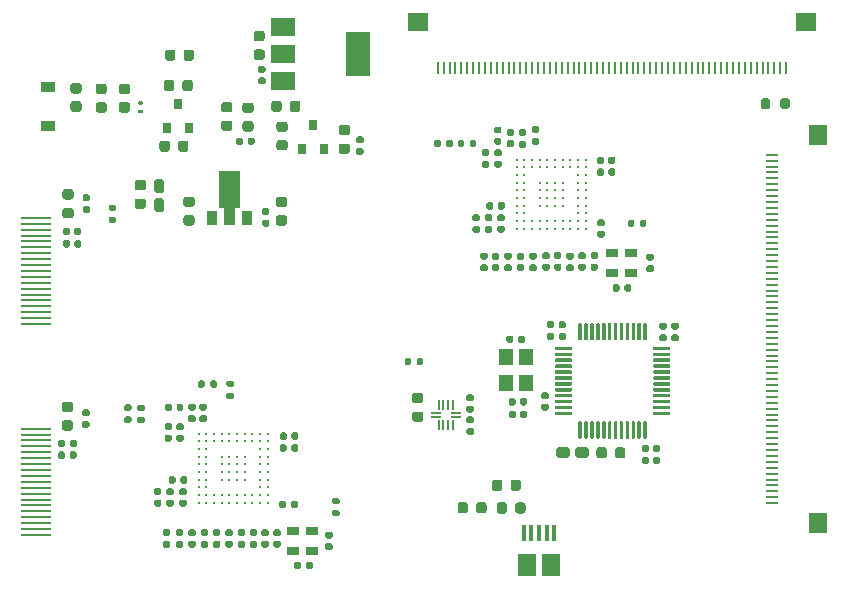
<source format=gbr>
G04 #@! TF.GenerationSoftware,KiCad,Pcbnew,(5.1.10)-1*
G04 #@! TF.CreationDate,2021-12-23T10:57:46+03:00*
G04 #@! TF.ProjectId,hdmi_to_mipi-dsi_converter,68646d69-5f74-46f5-9f6d-6970692d6473,rev?*
G04 #@! TF.SameCoordinates,Original*
G04 #@! TF.FileFunction,Paste,Top*
G04 #@! TF.FilePolarity,Positive*
%FSLAX46Y46*%
G04 Gerber Fmt 4.6, Leading zero omitted, Abs format (unit mm)*
G04 Created by KiCad (PCBNEW (5.1.10)-1) date 2021-12-23 10:57:46*
%MOMM*%
%LPD*%
G01*
G04 APERTURE LIST*
%ADD10R,1.500000X1.700000*%
%ADD11R,1.100000X0.250000*%
%ADD12R,2.000000X3.800000*%
%ADD13R,2.000000X1.500000*%
%ADD14R,2.600000X0.280000*%
%ADD15R,1.700000X1.500000*%
%ADD16R,0.250000X1.100000*%
%ADD17R,0.800000X0.900000*%
%ADD18R,1.016000X0.660400*%
%ADD19R,1.200000X1.400000*%
%ADD20R,1.500000X1.900000*%
%ADD21R,0.400000X1.350000*%
%ADD22C,0.250000*%
%ADD23R,1.200000X0.900000*%
%ADD24R,0.900000X1.300000*%
%ADD25C,0.100000*%
%ADD26R,0.850000X0.200000*%
%ADD27R,0.200000X0.850000*%
G04 APERTURE END LIST*
D10*
X176160000Y-61060000D03*
X176160000Y-93860000D03*
D11*
X172260000Y-62710000D03*
X172260000Y-63210000D03*
X172260000Y-63710000D03*
X172260000Y-64210000D03*
X172260000Y-64710000D03*
X172260000Y-65210000D03*
X172260000Y-65710000D03*
X172260000Y-66210000D03*
X172260000Y-66710000D03*
X172260000Y-67210000D03*
X172260000Y-67710000D03*
X172260000Y-68210000D03*
X172260000Y-68710000D03*
X172260000Y-69210000D03*
X172260000Y-69710000D03*
X172260000Y-70210000D03*
X172260000Y-70710000D03*
X172260000Y-71210000D03*
X172260000Y-71710000D03*
X172260000Y-72210000D03*
X172260000Y-72710000D03*
X172260000Y-73210000D03*
X172260000Y-73710000D03*
X172260000Y-74210000D03*
X172260000Y-74710000D03*
X172260000Y-75210000D03*
X172260000Y-75710000D03*
X172260000Y-76210000D03*
X172260000Y-76710000D03*
X172260000Y-77210000D03*
X172260000Y-77710000D03*
X172260000Y-78210000D03*
X172260000Y-78710000D03*
X172260000Y-79210000D03*
X172260000Y-79710000D03*
X172260000Y-80210000D03*
X172260000Y-80710000D03*
X172260000Y-81210000D03*
X172260000Y-81710000D03*
X172260000Y-82210000D03*
X172260000Y-82710000D03*
X172260000Y-83210000D03*
X172260000Y-83710000D03*
X172260000Y-84210000D03*
X172260000Y-84710000D03*
X172260000Y-85210000D03*
X172260000Y-85710000D03*
X172260000Y-86210000D03*
X172260000Y-86710000D03*
X172260000Y-87210000D03*
X172260000Y-87710000D03*
X172260000Y-88210000D03*
X172260000Y-88710000D03*
X172260000Y-89210000D03*
X172260000Y-89710000D03*
X172260000Y-90210000D03*
X172260000Y-90710000D03*
X172260000Y-91210000D03*
X172260000Y-91710000D03*
X172260000Y-92210000D03*
G36*
G01*
X125833750Y-59820000D02*
X126346250Y-59820000D01*
G75*
G02*
X126565000Y-60038750I0J-218750D01*
G01*
X126565000Y-60476250D01*
G75*
G02*
X126346250Y-60695000I-218750J0D01*
G01*
X125833750Y-60695000D01*
G75*
G02*
X125615000Y-60476250I0J218750D01*
G01*
X125615000Y-60038750D01*
G75*
G02*
X125833750Y-59820000I218750J0D01*
G01*
G37*
G36*
G01*
X125833750Y-58245000D02*
X126346250Y-58245000D01*
G75*
G02*
X126565000Y-58463750I0J-218750D01*
G01*
X126565000Y-58901250D01*
G75*
G02*
X126346250Y-59120000I-218750J0D01*
G01*
X125833750Y-59120000D01*
G75*
G02*
X125615000Y-58901250I0J218750D01*
G01*
X125615000Y-58463750D01*
G75*
G02*
X125833750Y-58245000I218750J0D01*
G01*
G37*
G36*
G01*
X128892500Y-55195000D02*
X129237500Y-55195000D01*
G75*
G02*
X129385000Y-55342500I0J-147500D01*
G01*
X129385000Y-55637500D01*
G75*
G02*
X129237500Y-55785000I-147500J0D01*
G01*
X128892500Y-55785000D01*
G75*
G02*
X128745000Y-55637500I0J147500D01*
G01*
X128745000Y-55342500D01*
G75*
G02*
X128892500Y-55195000I147500J0D01*
G01*
G37*
G36*
G01*
X128892500Y-56165000D02*
X129237500Y-56165000D01*
G75*
G02*
X129385000Y-56312500I0J-147500D01*
G01*
X129385000Y-56607500D01*
G75*
G02*
X129237500Y-56755000I-147500J0D01*
G01*
X128892500Y-56755000D01*
G75*
G02*
X128745000Y-56607500I0J147500D01*
G01*
X128745000Y-56312500D01*
G75*
G02*
X128892500Y-56165000I147500J0D01*
G01*
G37*
D12*
X137190000Y-54160000D03*
D13*
X130890000Y-54160000D03*
X130890000Y-56460000D03*
X130890000Y-51860000D03*
D14*
X109900000Y-68050000D03*
X109900000Y-68550000D03*
X109900000Y-69050000D03*
X109900000Y-69550000D03*
X109900000Y-70050000D03*
X109900000Y-70550000D03*
X109900000Y-71050000D03*
X109900000Y-71550000D03*
X109900000Y-72050000D03*
X109900000Y-72550000D03*
X109900000Y-73050000D03*
X109900000Y-73550000D03*
X109900000Y-74050000D03*
X109900000Y-74550000D03*
X109900000Y-75050000D03*
X109900000Y-75550000D03*
X109900000Y-76050000D03*
X109900000Y-76550000D03*
X109900000Y-77050000D03*
X109900000Y-85900000D03*
X109900000Y-86400000D03*
X109900000Y-86900000D03*
X109900000Y-87400000D03*
X109900000Y-87900000D03*
X109900000Y-88400000D03*
X109900000Y-88900000D03*
X109900000Y-89400000D03*
X109900000Y-89900000D03*
X109900000Y-90400000D03*
X109900000Y-90900000D03*
X109900000Y-91400000D03*
X109900000Y-91900000D03*
X109900000Y-92400000D03*
X109900000Y-92900000D03*
X109900000Y-93400000D03*
X109900000Y-93900000D03*
X109900000Y-94400000D03*
X109900000Y-94900000D03*
G36*
G01*
X114027500Y-67040000D02*
X114372500Y-67040000D01*
G75*
G02*
X114520000Y-67187500I0J-147500D01*
G01*
X114520000Y-67482500D01*
G75*
G02*
X114372500Y-67630000I-147500J0D01*
G01*
X114027500Y-67630000D01*
G75*
G02*
X113880000Y-67482500I0J147500D01*
G01*
X113880000Y-67187500D01*
G75*
G02*
X114027500Y-67040000I147500J0D01*
G01*
G37*
G36*
G01*
X114027500Y-66070000D02*
X114372500Y-66070000D01*
G75*
G02*
X114520000Y-66217500I0J-147500D01*
G01*
X114520000Y-66512500D01*
G75*
G02*
X114372500Y-66660000I-147500J0D01*
G01*
X114027500Y-66660000D01*
G75*
G02*
X113880000Y-66512500I0J147500D01*
G01*
X113880000Y-66217500D01*
G75*
G02*
X114027500Y-66070000I147500J0D01*
G01*
G37*
G36*
G01*
X153937500Y-71930000D02*
X154282500Y-71930000D01*
G75*
G02*
X154430000Y-72077500I0J-147500D01*
G01*
X154430000Y-72372500D01*
G75*
G02*
X154282500Y-72520000I-147500J0D01*
G01*
X153937500Y-72520000D01*
G75*
G02*
X153790000Y-72372500I0J147500D01*
G01*
X153790000Y-72077500D01*
G75*
G02*
X153937500Y-71930000I147500J0D01*
G01*
G37*
G36*
G01*
X153937500Y-70960000D02*
X154282500Y-70960000D01*
G75*
G02*
X154430000Y-71107500I0J-147500D01*
G01*
X154430000Y-71402500D01*
G75*
G02*
X154282500Y-71550000I-147500J0D01*
G01*
X153937500Y-71550000D01*
G75*
G02*
X153790000Y-71402500I0J147500D01*
G01*
X153790000Y-71107500D01*
G75*
G02*
X153937500Y-70960000I147500J0D01*
G01*
G37*
G36*
G01*
X157425000Y-64362500D02*
X157425000Y-64017500D01*
G75*
G02*
X157572500Y-63870000I147500J0D01*
G01*
X157867500Y-63870000D01*
G75*
G02*
X158015000Y-64017500I0J-147500D01*
G01*
X158015000Y-64362500D01*
G75*
G02*
X157867500Y-64510000I-147500J0D01*
G01*
X157572500Y-64510000D01*
G75*
G02*
X157425000Y-64362500I0J147500D01*
G01*
G37*
G36*
G01*
X158395000Y-64362500D02*
X158395000Y-64017500D01*
G75*
G02*
X158542500Y-63870000I147500J0D01*
G01*
X158837500Y-63870000D01*
G75*
G02*
X158985000Y-64017500I0J-147500D01*
G01*
X158985000Y-64362500D01*
G75*
G02*
X158837500Y-64510000I-147500J0D01*
G01*
X158542500Y-64510000D01*
G75*
G02*
X158395000Y-64362500I0J147500D01*
G01*
G37*
G36*
G01*
X155987500Y-71930000D02*
X156332500Y-71930000D01*
G75*
G02*
X156480000Y-72077500I0J-147500D01*
G01*
X156480000Y-72372500D01*
G75*
G02*
X156332500Y-72520000I-147500J0D01*
G01*
X155987500Y-72520000D01*
G75*
G02*
X155840000Y-72372500I0J147500D01*
G01*
X155840000Y-72077500D01*
G75*
G02*
X155987500Y-71930000I147500J0D01*
G01*
G37*
G36*
G01*
X155987500Y-70960000D02*
X156332500Y-70960000D01*
G75*
G02*
X156480000Y-71107500I0J-147500D01*
G01*
X156480000Y-71402500D01*
G75*
G02*
X156332500Y-71550000I-147500J0D01*
G01*
X155987500Y-71550000D01*
G75*
G02*
X155840000Y-71402500I0J147500D01*
G01*
X155840000Y-71107500D01*
G75*
G02*
X155987500Y-70960000I147500J0D01*
G01*
G37*
G36*
G01*
X154987500Y-71010000D02*
X155332500Y-71010000D01*
G75*
G02*
X155480000Y-71157500I0J-147500D01*
G01*
X155480000Y-71452500D01*
G75*
G02*
X155332500Y-71600000I-147500J0D01*
G01*
X154987500Y-71600000D01*
G75*
G02*
X154840000Y-71452500I0J147500D01*
G01*
X154840000Y-71157500D01*
G75*
G02*
X154987500Y-71010000I147500J0D01*
G01*
G37*
G36*
G01*
X154987500Y-71980000D02*
X155332500Y-71980000D01*
G75*
G02*
X155480000Y-72127500I0J-147500D01*
G01*
X155480000Y-72422500D01*
G75*
G02*
X155332500Y-72570000I-147500J0D01*
G01*
X154987500Y-72570000D01*
G75*
G02*
X154840000Y-72422500I0J147500D01*
G01*
X154840000Y-72127500D01*
G75*
G02*
X154987500Y-71980000I147500J0D01*
G01*
G37*
G36*
G01*
X147037500Y-68730000D02*
X147382500Y-68730000D01*
G75*
G02*
X147530000Y-68877500I0J-147500D01*
G01*
X147530000Y-69172500D01*
G75*
G02*
X147382500Y-69320000I-147500J0D01*
G01*
X147037500Y-69320000D01*
G75*
G02*
X146890000Y-69172500I0J147500D01*
G01*
X146890000Y-68877500D01*
G75*
G02*
X147037500Y-68730000I147500J0D01*
G01*
G37*
G36*
G01*
X147037500Y-67760000D02*
X147382500Y-67760000D01*
G75*
G02*
X147530000Y-67907500I0J-147500D01*
G01*
X147530000Y-68202500D01*
G75*
G02*
X147382500Y-68350000I-147500J0D01*
G01*
X147037500Y-68350000D01*
G75*
G02*
X146890000Y-68202500I0J147500D01*
G01*
X146890000Y-67907500D01*
G75*
G02*
X147037500Y-67760000I147500J0D01*
G01*
G37*
G36*
G01*
X148087500Y-67760000D02*
X148432500Y-67760000D01*
G75*
G02*
X148580000Y-67907500I0J-147500D01*
G01*
X148580000Y-68202500D01*
G75*
G02*
X148432500Y-68350000I-147500J0D01*
G01*
X148087500Y-68350000D01*
G75*
G02*
X147940000Y-68202500I0J147500D01*
G01*
X147940000Y-67907500D01*
G75*
G02*
X148087500Y-67760000I147500J0D01*
G01*
G37*
G36*
G01*
X148087500Y-68730000D02*
X148432500Y-68730000D01*
G75*
G02*
X148580000Y-68877500I0J-147500D01*
G01*
X148580000Y-69172500D01*
G75*
G02*
X148432500Y-69320000I-147500J0D01*
G01*
X148087500Y-69320000D01*
G75*
G02*
X147940000Y-69172500I0J147500D01*
G01*
X147940000Y-68877500D01*
G75*
G02*
X148087500Y-68730000I147500J0D01*
G01*
G37*
G36*
G01*
X157617500Y-69140000D02*
X157962500Y-69140000D01*
G75*
G02*
X158110000Y-69287500I0J-147500D01*
G01*
X158110000Y-69582500D01*
G75*
G02*
X157962500Y-69730000I-147500J0D01*
G01*
X157617500Y-69730000D01*
G75*
G02*
X157470000Y-69582500I0J147500D01*
G01*
X157470000Y-69287500D01*
G75*
G02*
X157617500Y-69140000I147500J0D01*
G01*
G37*
G36*
G01*
X157617500Y-68170000D02*
X157962500Y-68170000D01*
G75*
G02*
X158110000Y-68317500I0J-147500D01*
G01*
X158110000Y-68612500D01*
G75*
G02*
X157962500Y-68760000I-147500J0D01*
G01*
X157617500Y-68760000D01*
G75*
G02*
X157470000Y-68612500I0J147500D01*
G01*
X157470000Y-68317500D01*
G75*
G02*
X157617500Y-68170000I147500J0D01*
G01*
G37*
G36*
G01*
X157435000Y-63362500D02*
X157435000Y-63017500D01*
G75*
G02*
X157582500Y-62870000I147500J0D01*
G01*
X157877500Y-62870000D01*
G75*
G02*
X158025000Y-63017500I0J-147500D01*
G01*
X158025000Y-63362500D01*
G75*
G02*
X157877500Y-63510000I-147500J0D01*
G01*
X157582500Y-63510000D01*
G75*
G02*
X157435000Y-63362500I0J147500D01*
G01*
G37*
G36*
G01*
X158405000Y-63362500D02*
X158405000Y-63017500D01*
G75*
G02*
X158552500Y-62870000I147500J0D01*
G01*
X158847500Y-62870000D01*
G75*
G02*
X158995000Y-63017500I0J-147500D01*
G01*
X158995000Y-63362500D01*
G75*
G02*
X158847500Y-63510000I-147500J0D01*
G01*
X158552500Y-63510000D01*
G75*
G02*
X158405000Y-63362500I0J147500D01*
G01*
G37*
G36*
G01*
X151302500Y-62100000D02*
X150957500Y-62100000D01*
G75*
G02*
X150810000Y-61952500I0J147500D01*
G01*
X150810000Y-61657500D01*
G75*
G02*
X150957500Y-61510000I147500J0D01*
G01*
X151302500Y-61510000D01*
G75*
G02*
X151450000Y-61657500I0J-147500D01*
G01*
X151450000Y-61952500D01*
G75*
G02*
X151302500Y-62100000I-147500J0D01*
G01*
G37*
G36*
G01*
X151302500Y-61130000D02*
X150957500Y-61130000D01*
G75*
G02*
X150810000Y-60982500I0J147500D01*
G01*
X150810000Y-60687500D01*
G75*
G02*
X150957500Y-60540000I147500J0D01*
G01*
X151302500Y-60540000D01*
G75*
G02*
X151450000Y-60687500I0J-147500D01*
G01*
X151450000Y-60982500D01*
G75*
G02*
X151302500Y-61130000I-147500J0D01*
G01*
G37*
G36*
G01*
X149137500Y-68730000D02*
X149482500Y-68730000D01*
G75*
G02*
X149630000Y-68877500I0J-147500D01*
G01*
X149630000Y-69172500D01*
G75*
G02*
X149482500Y-69320000I-147500J0D01*
G01*
X149137500Y-69320000D01*
G75*
G02*
X148990000Y-69172500I0J147500D01*
G01*
X148990000Y-68877500D01*
G75*
G02*
X149137500Y-68730000I147500J0D01*
G01*
G37*
G36*
G01*
X149137500Y-67760000D02*
X149482500Y-67760000D01*
G75*
G02*
X149630000Y-67907500I0J-147500D01*
G01*
X149630000Y-68202500D01*
G75*
G02*
X149482500Y-68350000I-147500J0D01*
G01*
X149137500Y-68350000D01*
G75*
G02*
X148990000Y-68202500I0J147500D01*
G01*
X148990000Y-67907500D01*
G75*
G02*
X149137500Y-67760000I147500J0D01*
G01*
G37*
G36*
G01*
X148182500Y-63810000D02*
X147837500Y-63810000D01*
G75*
G02*
X147690000Y-63662500I0J147500D01*
G01*
X147690000Y-63367500D01*
G75*
G02*
X147837500Y-63220000I147500J0D01*
G01*
X148182500Y-63220000D01*
G75*
G02*
X148330000Y-63367500I0J-147500D01*
G01*
X148330000Y-63662500D01*
G75*
G02*
X148182500Y-63810000I-147500J0D01*
G01*
G37*
G36*
G01*
X148182500Y-62840000D02*
X147837500Y-62840000D01*
G75*
G02*
X147690000Y-62692500I0J147500D01*
G01*
X147690000Y-62397500D01*
G75*
G02*
X147837500Y-62250000I147500J0D01*
G01*
X148182500Y-62250000D01*
G75*
G02*
X148330000Y-62397500I0J-147500D01*
G01*
X148330000Y-62692500D01*
G75*
G02*
X148182500Y-62840000I-147500J0D01*
G01*
G37*
G36*
G01*
X149232500Y-62840000D02*
X148887500Y-62840000D01*
G75*
G02*
X148740000Y-62692500I0J147500D01*
G01*
X148740000Y-62397500D01*
G75*
G02*
X148887500Y-62250000I147500J0D01*
G01*
X149232500Y-62250000D01*
G75*
G02*
X149380000Y-62397500I0J-147500D01*
G01*
X149380000Y-62692500D01*
G75*
G02*
X149232500Y-62840000I-147500J0D01*
G01*
G37*
G36*
G01*
X149232500Y-63810000D02*
X148887500Y-63810000D01*
G75*
G02*
X148740000Y-63662500I0J147500D01*
G01*
X148740000Y-63367500D01*
G75*
G02*
X148887500Y-63220000I147500J0D01*
G01*
X149232500Y-63220000D01*
G75*
G02*
X149380000Y-63367500I0J-147500D01*
G01*
X149380000Y-63662500D01*
G75*
G02*
X149232500Y-63810000I-147500J0D01*
G01*
G37*
G36*
G01*
X148670000Y-66867500D02*
X148670000Y-67212500D01*
G75*
G02*
X148522500Y-67360000I-147500J0D01*
G01*
X148227500Y-67360000D01*
G75*
G02*
X148080000Y-67212500I0J147500D01*
G01*
X148080000Y-66867500D01*
G75*
G02*
X148227500Y-66720000I147500J0D01*
G01*
X148522500Y-66720000D01*
G75*
G02*
X148670000Y-66867500I0J-147500D01*
G01*
G37*
G36*
G01*
X149640000Y-66867500D02*
X149640000Y-67212500D01*
G75*
G02*
X149492500Y-67360000I-147500J0D01*
G01*
X149197500Y-67360000D01*
G75*
G02*
X149050000Y-67212500I0J147500D01*
G01*
X149050000Y-66867500D01*
G75*
G02*
X149197500Y-66720000I147500J0D01*
G01*
X149492500Y-66720000D01*
G75*
G02*
X149640000Y-66867500I0J-147500D01*
G01*
G37*
G36*
G01*
X130513750Y-59897500D02*
X131026250Y-59897500D01*
G75*
G02*
X131245000Y-60116250I0J-218750D01*
G01*
X131245000Y-60553750D01*
G75*
G02*
X131026250Y-60772500I-218750J0D01*
G01*
X130513750Y-60772500D01*
G75*
G02*
X130295000Y-60553750I0J218750D01*
G01*
X130295000Y-60116250D01*
G75*
G02*
X130513750Y-59897500I218750J0D01*
G01*
G37*
G36*
G01*
X130513750Y-61472500D02*
X131026250Y-61472500D01*
G75*
G02*
X131245000Y-61691250I0J-218750D01*
G01*
X131245000Y-62128750D01*
G75*
G02*
X131026250Y-62347500I-218750J0D01*
G01*
X130513750Y-62347500D01*
G75*
G02*
X130295000Y-62128750I0J218750D01*
G01*
X130295000Y-61691250D01*
G75*
G02*
X130513750Y-61472500I218750J0D01*
G01*
G37*
G36*
G01*
X130740000Y-58353750D02*
X130740000Y-58866250D01*
G75*
G02*
X130521250Y-59085000I-218750J0D01*
G01*
X130083750Y-59085000D01*
G75*
G02*
X129865000Y-58866250I0J218750D01*
G01*
X129865000Y-58353750D01*
G75*
G02*
X130083750Y-58135000I218750J0D01*
G01*
X130521250Y-58135000D01*
G75*
G02*
X130740000Y-58353750I0J-218750D01*
G01*
G37*
G36*
G01*
X132315000Y-58353750D02*
X132315000Y-58866250D01*
G75*
G02*
X132096250Y-59085000I-218750J0D01*
G01*
X131658750Y-59085000D01*
G75*
G02*
X131440000Y-58866250I0J218750D01*
G01*
X131440000Y-58353750D01*
G75*
G02*
X131658750Y-58135000I218750J0D01*
G01*
X132096250Y-58135000D01*
G75*
G02*
X132315000Y-58353750I0J-218750D01*
G01*
G37*
G36*
G01*
X123150250Y-67130000D02*
X122637750Y-67130000D01*
G75*
G02*
X122419000Y-66911250I0J218750D01*
G01*
X122419000Y-66473750D01*
G75*
G02*
X122637750Y-66255000I218750J0D01*
G01*
X123150250Y-66255000D01*
G75*
G02*
X123369000Y-66473750I0J-218750D01*
G01*
X123369000Y-66911250D01*
G75*
G02*
X123150250Y-67130000I-218750J0D01*
G01*
G37*
G36*
G01*
X123150250Y-68705000D02*
X122637750Y-68705000D01*
G75*
G02*
X122419000Y-68486250I0J218750D01*
G01*
X122419000Y-68048750D01*
G75*
G02*
X122637750Y-67830000I218750J0D01*
G01*
X123150250Y-67830000D01*
G75*
G02*
X123369000Y-68048750I0J-218750D01*
G01*
X123369000Y-68486250D01*
G75*
G02*
X123150250Y-68705000I-218750J0D01*
G01*
G37*
G36*
G01*
X121640000Y-56593750D02*
X121640000Y-57106250D01*
G75*
G02*
X121421250Y-57325000I-218750J0D01*
G01*
X120983750Y-57325000D01*
G75*
G02*
X120765000Y-57106250I0J218750D01*
G01*
X120765000Y-56593750D01*
G75*
G02*
X120983750Y-56375000I218750J0D01*
G01*
X121421250Y-56375000D01*
G75*
G02*
X121640000Y-56593750I0J-218750D01*
G01*
G37*
G36*
G01*
X123215000Y-56593750D02*
X123215000Y-57106250D01*
G75*
G02*
X122996250Y-57325000I-218750J0D01*
G01*
X122558750Y-57325000D01*
G75*
G02*
X122340000Y-57106250I0J218750D01*
G01*
X122340000Y-56593750D01*
G75*
G02*
X122558750Y-56375000I218750J0D01*
G01*
X122996250Y-56375000D01*
G75*
G02*
X123215000Y-56593750I0J-218750D01*
G01*
G37*
G36*
G01*
X129096250Y-54672500D02*
X128583750Y-54672500D01*
G75*
G02*
X128365000Y-54453750I0J218750D01*
G01*
X128365000Y-54016250D01*
G75*
G02*
X128583750Y-53797500I218750J0D01*
G01*
X129096250Y-53797500D01*
G75*
G02*
X129315000Y-54016250I0J-218750D01*
G01*
X129315000Y-54453750D01*
G75*
G02*
X129096250Y-54672500I-218750J0D01*
G01*
G37*
G36*
G01*
X129096250Y-53097500D02*
X128583750Y-53097500D01*
G75*
G02*
X128365000Y-52878750I0J218750D01*
G01*
X128365000Y-52441250D01*
G75*
G02*
X128583750Y-52222500I218750J0D01*
G01*
X129096250Y-52222500D01*
G75*
G02*
X129315000Y-52441250I0J-218750D01*
G01*
X129315000Y-52878750D01*
G75*
G02*
X129096250Y-53097500I-218750J0D01*
G01*
G37*
G36*
G01*
X121270000Y-61733750D02*
X121270000Y-62246250D01*
G75*
G02*
X121051250Y-62465000I-218750J0D01*
G01*
X120613750Y-62465000D01*
G75*
G02*
X120395000Y-62246250I0J218750D01*
G01*
X120395000Y-61733750D01*
G75*
G02*
X120613750Y-61515000I218750J0D01*
G01*
X121051250Y-61515000D01*
G75*
G02*
X121270000Y-61733750I0J-218750D01*
G01*
G37*
G36*
G01*
X122845000Y-61733750D02*
X122845000Y-62246250D01*
G75*
G02*
X122626250Y-62465000I-218750J0D01*
G01*
X122188750Y-62465000D01*
G75*
G02*
X121970000Y-62246250I0J218750D01*
G01*
X121970000Y-61733750D01*
G75*
G02*
X122188750Y-61515000I218750J0D01*
G01*
X122626250Y-61515000D01*
G75*
G02*
X122845000Y-61733750I0J-218750D01*
G01*
G37*
G36*
G01*
X149737500Y-71010000D02*
X150082500Y-71010000D01*
G75*
G02*
X150230000Y-71157500I0J-147500D01*
G01*
X150230000Y-71452500D01*
G75*
G02*
X150082500Y-71600000I-147500J0D01*
G01*
X149737500Y-71600000D01*
G75*
G02*
X149590000Y-71452500I0J147500D01*
G01*
X149590000Y-71157500D01*
G75*
G02*
X149737500Y-71010000I147500J0D01*
G01*
G37*
G36*
G01*
X149737500Y-71980000D02*
X150082500Y-71980000D01*
G75*
G02*
X150230000Y-72127500I0J-147500D01*
G01*
X150230000Y-72422500D01*
G75*
G02*
X150082500Y-72570000I-147500J0D01*
G01*
X149737500Y-72570000D01*
G75*
G02*
X149590000Y-72422500I0J147500D01*
G01*
X149590000Y-72127500D01*
G75*
G02*
X149737500Y-71980000I147500J0D01*
G01*
G37*
G36*
G01*
X148687500Y-71010000D02*
X149032500Y-71010000D01*
G75*
G02*
X149180000Y-71157500I0J-147500D01*
G01*
X149180000Y-71452500D01*
G75*
G02*
X149032500Y-71600000I-147500J0D01*
G01*
X148687500Y-71600000D01*
G75*
G02*
X148540000Y-71452500I0J147500D01*
G01*
X148540000Y-71157500D01*
G75*
G02*
X148687500Y-71010000I147500J0D01*
G01*
G37*
G36*
G01*
X148687500Y-71980000D02*
X149032500Y-71980000D01*
G75*
G02*
X149180000Y-72127500I0J-147500D01*
G01*
X149180000Y-72422500D01*
G75*
G02*
X149032500Y-72570000I-147500J0D01*
G01*
X148687500Y-72570000D01*
G75*
G02*
X148540000Y-72422500I0J147500D01*
G01*
X148540000Y-72127500D01*
G75*
G02*
X148687500Y-71980000I147500J0D01*
G01*
G37*
G36*
G01*
X147687500Y-71980000D02*
X148032500Y-71980000D01*
G75*
G02*
X148180000Y-72127500I0J-147500D01*
G01*
X148180000Y-72422500D01*
G75*
G02*
X148032500Y-72570000I-147500J0D01*
G01*
X147687500Y-72570000D01*
G75*
G02*
X147540000Y-72422500I0J147500D01*
G01*
X147540000Y-72127500D01*
G75*
G02*
X147687500Y-71980000I147500J0D01*
G01*
G37*
G36*
G01*
X147687500Y-71010000D02*
X148032500Y-71010000D01*
G75*
G02*
X148180000Y-71157500I0J-147500D01*
G01*
X148180000Y-71452500D01*
G75*
G02*
X148032500Y-71600000I-147500J0D01*
G01*
X147687500Y-71600000D01*
G75*
G02*
X147540000Y-71452500I0J147500D01*
G01*
X147540000Y-71157500D01*
G75*
G02*
X147687500Y-71010000I147500J0D01*
G01*
G37*
G36*
G01*
X146510000Y-92343750D02*
X146510000Y-92856250D01*
G75*
G02*
X146291250Y-93075000I-218750J0D01*
G01*
X145853750Y-93075000D01*
G75*
G02*
X145635000Y-92856250I0J218750D01*
G01*
X145635000Y-92343750D01*
G75*
G02*
X145853750Y-92125000I218750J0D01*
G01*
X146291250Y-92125000D01*
G75*
G02*
X146510000Y-92343750I0J-218750D01*
G01*
G37*
G36*
G01*
X148085000Y-92343750D02*
X148085000Y-92856250D01*
G75*
G02*
X147866250Y-93075000I-218750J0D01*
G01*
X147428750Y-93075000D01*
G75*
G02*
X147210000Y-92856250I0J218750D01*
G01*
X147210000Y-92343750D01*
G75*
G02*
X147428750Y-92125000I218750J0D01*
G01*
X147866250Y-92125000D01*
G75*
G02*
X148085000Y-92343750I0J-218750D01*
G01*
G37*
G36*
G01*
X149770000Y-78512500D02*
X149770000Y-78167500D01*
G75*
G02*
X149917500Y-78020000I147500J0D01*
G01*
X150212500Y-78020000D01*
G75*
G02*
X150360000Y-78167500I0J-147500D01*
G01*
X150360000Y-78512500D01*
G75*
G02*
X150212500Y-78660000I-147500J0D01*
G01*
X149917500Y-78660000D01*
G75*
G02*
X149770000Y-78512500I0J147500D01*
G01*
G37*
G36*
G01*
X150740000Y-78512500D02*
X150740000Y-78167500D01*
G75*
G02*
X150887500Y-78020000I147500J0D01*
G01*
X151182500Y-78020000D01*
G75*
G02*
X151330000Y-78167500I0J-147500D01*
G01*
X151330000Y-78512500D01*
G75*
G02*
X151182500Y-78660000I-147500J0D01*
G01*
X150887500Y-78660000D01*
G75*
G02*
X150740000Y-78512500I0J147500D01*
G01*
G37*
G36*
G01*
X151510000Y-83467500D02*
X151510000Y-83812500D01*
G75*
G02*
X151362500Y-83960000I-147500J0D01*
G01*
X151067500Y-83960000D01*
G75*
G02*
X150920000Y-83812500I0J147500D01*
G01*
X150920000Y-83467500D01*
G75*
G02*
X151067500Y-83320000I147500J0D01*
G01*
X151362500Y-83320000D01*
G75*
G02*
X151510000Y-83467500I0J-147500D01*
G01*
G37*
G36*
G01*
X150540000Y-83467500D02*
X150540000Y-83812500D01*
G75*
G02*
X150392500Y-83960000I-147500J0D01*
G01*
X150097500Y-83960000D01*
G75*
G02*
X149950000Y-83812500I0J147500D01*
G01*
X149950000Y-83467500D01*
G75*
G02*
X150097500Y-83320000I147500J0D01*
G01*
X150392500Y-83320000D01*
G75*
G02*
X150540000Y-83467500I0J-147500D01*
G01*
G37*
G36*
G01*
X153932500Y-88132500D02*
X153932500Y-87707500D01*
G75*
G02*
X154145000Y-87495000I212500J0D01*
G01*
X154945000Y-87495000D01*
G75*
G02*
X155157500Y-87707500I0J-212500D01*
G01*
X155157500Y-88132500D01*
G75*
G02*
X154945000Y-88345000I-212500J0D01*
G01*
X154145000Y-88345000D01*
G75*
G02*
X153932500Y-88132500I0J212500D01*
G01*
G37*
G36*
G01*
X155557500Y-88132500D02*
X155557500Y-87707500D01*
G75*
G02*
X155770000Y-87495000I212500J0D01*
G01*
X156570000Y-87495000D01*
G75*
G02*
X156782500Y-87707500I0J-212500D01*
G01*
X156782500Y-88132500D01*
G75*
G02*
X156570000Y-88345000I-212500J0D01*
G01*
X155770000Y-88345000D01*
G75*
G02*
X155557500Y-88132500I0J212500D01*
G01*
G37*
G36*
G01*
X120163500Y-66370000D02*
X120588500Y-66370000D01*
G75*
G02*
X120801000Y-66582500I0J-212500D01*
G01*
X120801000Y-67382500D01*
G75*
G02*
X120588500Y-67595000I-212500J0D01*
G01*
X120163500Y-67595000D01*
G75*
G02*
X119951000Y-67382500I0J212500D01*
G01*
X119951000Y-66582500D01*
G75*
G02*
X120163500Y-66370000I212500J0D01*
G01*
G37*
G36*
G01*
X120163500Y-64745000D02*
X120588500Y-64745000D01*
G75*
G02*
X120801000Y-64957500I0J-212500D01*
G01*
X120801000Y-65757500D01*
G75*
G02*
X120588500Y-65970000I-212500J0D01*
G01*
X120163500Y-65970000D01*
G75*
G02*
X119951000Y-65757500I0J212500D01*
G01*
X119951000Y-64957500D01*
G75*
G02*
X120163500Y-64745000I212500J0D01*
G01*
G37*
D15*
X142300000Y-51500000D03*
X175100000Y-51500000D03*
D16*
X143950000Y-55400000D03*
X144450000Y-55400000D03*
X144950000Y-55400000D03*
X145450000Y-55400000D03*
X145950000Y-55400000D03*
X146450000Y-55400000D03*
X146950000Y-55400000D03*
X147450000Y-55400000D03*
X147950000Y-55400000D03*
X148450000Y-55400000D03*
X148950000Y-55400000D03*
X149450000Y-55400000D03*
X149950000Y-55400000D03*
X150450000Y-55400000D03*
X150950000Y-55400000D03*
X151450000Y-55400000D03*
X151950000Y-55400000D03*
X152450000Y-55400000D03*
X152950000Y-55400000D03*
X153450000Y-55400000D03*
X153950000Y-55400000D03*
X154450000Y-55400000D03*
X154950000Y-55400000D03*
X155450000Y-55400000D03*
X155950000Y-55400000D03*
X156450000Y-55400000D03*
X156950000Y-55400000D03*
X157450000Y-55400000D03*
X157950000Y-55400000D03*
X158450000Y-55400000D03*
X158950000Y-55400000D03*
X159450000Y-55400000D03*
X159950000Y-55400000D03*
X160450000Y-55400000D03*
X160950000Y-55400000D03*
X161450000Y-55400000D03*
X161950000Y-55400000D03*
X162450000Y-55400000D03*
X162950000Y-55400000D03*
X163450000Y-55400000D03*
X163950000Y-55400000D03*
X164450000Y-55400000D03*
X164950000Y-55400000D03*
X165450000Y-55400000D03*
X165950000Y-55400000D03*
X166450000Y-55400000D03*
X166950000Y-55400000D03*
X167450000Y-55400000D03*
X167950000Y-55400000D03*
X168450000Y-55400000D03*
X168950000Y-55400000D03*
X169450000Y-55400000D03*
X169950000Y-55400000D03*
X170450000Y-55400000D03*
X170950000Y-55400000D03*
X171450000Y-55400000D03*
X171950000Y-55400000D03*
X172450000Y-55400000D03*
X172950000Y-55400000D03*
X173450000Y-55400000D03*
G36*
G01*
X157037500Y-70960000D02*
X157382500Y-70960000D01*
G75*
G02*
X157530000Y-71107500I0J-147500D01*
G01*
X157530000Y-71402500D01*
G75*
G02*
X157382500Y-71550000I-147500J0D01*
G01*
X157037500Y-71550000D01*
G75*
G02*
X156890000Y-71402500I0J147500D01*
G01*
X156890000Y-71107500D01*
G75*
G02*
X157037500Y-70960000I147500J0D01*
G01*
G37*
G36*
G01*
X157037500Y-71930000D02*
X157382500Y-71930000D01*
G75*
G02*
X157530000Y-72077500I0J-147500D01*
G01*
X157530000Y-72372500D01*
G75*
G02*
X157382500Y-72520000I-147500J0D01*
G01*
X157037500Y-72520000D01*
G75*
G02*
X156890000Y-72372500I0J147500D01*
G01*
X156890000Y-72077500D01*
G75*
G02*
X157037500Y-71930000I147500J0D01*
G01*
G37*
G36*
G01*
X153282500Y-72520000D02*
X152937500Y-72520000D01*
G75*
G02*
X152790000Y-72372500I0J147500D01*
G01*
X152790000Y-72077500D01*
G75*
G02*
X152937500Y-71930000I147500J0D01*
G01*
X153282500Y-71930000D01*
G75*
G02*
X153430000Y-72077500I0J-147500D01*
G01*
X153430000Y-72372500D01*
G75*
G02*
X153282500Y-72520000I-147500J0D01*
G01*
G37*
G36*
G01*
X153282500Y-71550000D02*
X152937500Y-71550000D01*
G75*
G02*
X152790000Y-71402500I0J147500D01*
G01*
X152790000Y-71107500D01*
G75*
G02*
X152937500Y-70960000I147500J0D01*
G01*
X153282500Y-70960000D01*
G75*
G02*
X153430000Y-71107500I0J-147500D01*
G01*
X153430000Y-71402500D01*
G75*
G02*
X153282500Y-71550000I-147500J0D01*
G01*
G37*
G36*
G01*
X142506250Y-85325000D02*
X141993750Y-85325000D01*
G75*
G02*
X141775000Y-85106250I0J218750D01*
G01*
X141775000Y-84668750D01*
G75*
G02*
X141993750Y-84450000I218750J0D01*
G01*
X142506250Y-84450000D01*
G75*
G02*
X142725000Y-84668750I0J-218750D01*
G01*
X142725000Y-85106250D01*
G75*
G02*
X142506250Y-85325000I-218750J0D01*
G01*
G37*
G36*
G01*
X142506250Y-83750000D02*
X141993750Y-83750000D01*
G75*
G02*
X141775000Y-83531250I0J218750D01*
G01*
X141775000Y-83093750D01*
G75*
G02*
X141993750Y-82875000I218750J0D01*
G01*
X142506250Y-82875000D01*
G75*
G02*
X142725000Y-83093750I0J-218750D01*
G01*
X142725000Y-83531250D01*
G75*
G02*
X142506250Y-83750000I-218750J0D01*
G01*
G37*
G36*
G01*
X159845000Y-87693750D02*
X159845000Y-88206250D01*
G75*
G02*
X159626250Y-88425000I-218750J0D01*
G01*
X159188750Y-88425000D01*
G75*
G02*
X158970000Y-88206250I0J218750D01*
G01*
X158970000Y-87693750D01*
G75*
G02*
X159188750Y-87475000I218750J0D01*
G01*
X159626250Y-87475000D01*
G75*
G02*
X159845000Y-87693750I0J-218750D01*
G01*
G37*
G36*
G01*
X158270000Y-87693750D02*
X158270000Y-88206250D01*
G75*
G02*
X158051250Y-88425000I-218750J0D01*
G01*
X157613750Y-88425000D01*
G75*
G02*
X157395000Y-88206250I0J218750D01*
G01*
X157395000Y-87693750D01*
G75*
G02*
X157613750Y-87475000I218750J0D01*
G01*
X158051250Y-87475000D01*
G75*
G02*
X158270000Y-87693750I0J-218750D01*
G01*
G37*
G36*
G01*
X118519750Y-64845000D02*
X119032250Y-64845000D01*
G75*
G02*
X119251000Y-65063750I0J-218750D01*
G01*
X119251000Y-65501250D01*
G75*
G02*
X119032250Y-65720000I-218750J0D01*
G01*
X118519750Y-65720000D01*
G75*
G02*
X118301000Y-65501250I0J218750D01*
G01*
X118301000Y-65063750D01*
G75*
G02*
X118519750Y-64845000I218750J0D01*
G01*
G37*
G36*
G01*
X118519750Y-66420000D02*
X119032250Y-66420000D01*
G75*
G02*
X119251000Y-66638750I0J-218750D01*
G01*
X119251000Y-67076250D01*
G75*
G02*
X119032250Y-67295000I-218750J0D01*
G01*
X118519750Y-67295000D01*
G75*
G02*
X118301000Y-67076250I0J218750D01*
G01*
X118301000Y-66638750D01*
G75*
G02*
X118519750Y-66420000I218750J0D01*
G01*
G37*
D17*
X133370000Y-60210000D03*
X134320000Y-62210000D03*
X132420000Y-62210000D03*
X121940000Y-58450000D03*
X122890000Y-60450000D03*
X120990000Y-60450000D03*
G36*
G01*
X153860000Y-79185000D02*
X153860000Y-79035000D01*
G75*
G02*
X153935000Y-78960000I75000J0D01*
G01*
X155260000Y-78960000D01*
G75*
G02*
X155335000Y-79035000I0J-75000D01*
G01*
X155335000Y-79185000D01*
G75*
G02*
X155260000Y-79260000I-75000J0D01*
G01*
X153935000Y-79260000D01*
G75*
G02*
X153860000Y-79185000I0J75000D01*
G01*
G37*
G36*
G01*
X153860000Y-79685000D02*
X153860000Y-79535000D01*
G75*
G02*
X153935000Y-79460000I75000J0D01*
G01*
X155260000Y-79460000D01*
G75*
G02*
X155335000Y-79535000I0J-75000D01*
G01*
X155335000Y-79685000D01*
G75*
G02*
X155260000Y-79760000I-75000J0D01*
G01*
X153935000Y-79760000D01*
G75*
G02*
X153860000Y-79685000I0J75000D01*
G01*
G37*
G36*
G01*
X153860000Y-80185000D02*
X153860000Y-80035000D01*
G75*
G02*
X153935000Y-79960000I75000J0D01*
G01*
X155260000Y-79960000D01*
G75*
G02*
X155335000Y-80035000I0J-75000D01*
G01*
X155335000Y-80185000D01*
G75*
G02*
X155260000Y-80260000I-75000J0D01*
G01*
X153935000Y-80260000D01*
G75*
G02*
X153860000Y-80185000I0J75000D01*
G01*
G37*
G36*
G01*
X153860000Y-80685000D02*
X153860000Y-80535000D01*
G75*
G02*
X153935000Y-80460000I75000J0D01*
G01*
X155260000Y-80460000D01*
G75*
G02*
X155335000Y-80535000I0J-75000D01*
G01*
X155335000Y-80685000D01*
G75*
G02*
X155260000Y-80760000I-75000J0D01*
G01*
X153935000Y-80760000D01*
G75*
G02*
X153860000Y-80685000I0J75000D01*
G01*
G37*
G36*
G01*
X153860000Y-81185000D02*
X153860000Y-81035000D01*
G75*
G02*
X153935000Y-80960000I75000J0D01*
G01*
X155260000Y-80960000D01*
G75*
G02*
X155335000Y-81035000I0J-75000D01*
G01*
X155335000Y-81185000D01*
G75*
G02*
X155260000Y-81260000I-75000J0D01*
G01*
X153935000Y-81260000D01*
G75*
G02*
X153860000Y-81185000I0J75000D01*
G01*
G37*
G36*
G01*
X153860000Y-81685000D02*
X153860000Y-81535000D01*
G75*
G02*
X153935000Y-81460000I75000J0D01*
G01*
X155260000Y-81460000D01*
G75*
G02*
X155335000Y-81535000I0J-75000D01*
G01*
X155335000Y-81685000D01*
G75*
G02*
X155260000Y-81760000I-75000J0D01*
G01*
X153935000Y-81760000D01*
G75*
G02*
X153860000Y-81685000I0J75000D01*
G01*
G37*
G36*
G01*
X153860000Y-82185000D02*
X153860000Y-82035000D01*
G75*
G02*
X153935000Y-81960000I75000J0D01*
G01*
X155260000Y-81960000D01*
G75*
G02*
X155335000Y-82035000I0J-75000D01*
G01*
X155335000Y-82185000D01*
G75*
G02*
X155260000Y-82260000I-75000J0D01*
G01*
X153935000Y-82260000D01*
G75*
G02*
X153860000Y-82185000I0J75000D01*
G01*
G37*
G36*
G01*
X153860000Y-82685000D02*
X153860000Y-82535000D01*
G75*
G02*
X153935000Y-82460000I75000J0D01*
G01*
X155260000Y-82460000D01*
G75*
G02*
X155335000Y-82535000I0J-75000D01*
G01*
X155335000Y-82685000D01*
G75*
G02*
X155260000Y-82760000I-75000J0D01*
G01*
X153935000Y-82760000D01*
G75*
G02*
X153860000Y-82685000I0J75000D01*
G01*
G37*
G36*
G01*
X153860000Y-83185000D02*
X153860000Y-83035000D01*
G75*
G02*
X153935000Y-82960000I75000J0D01*
G01*
X155260000Y-82960000D01*
G75*
G02*
X155335000Y-83035000I0J-75000D01*
G01*
X155335000Y-83185000D01*
G75*
G02*
X155260000Y-83260000I-75000J0D01*
G01*
X153935000Y-83260000D01*
G75*
G02*
X153860000Y-83185000I0J75000D01*
G01*
G37*
G36*
G01*
X153860000Y-83685000D02*
X153860000Y-83535000D01*
G75*
G02*
X153935000Y-83460000I75000J0D01*
G01*
X155260000Y-83460000D01*
G75*
G02*
X155335000Y-83535000I0J-75000D01*
G01*
X155335000Y-83685000D01*
G75*
G02*
X155260000Y-83760000I-75000J0D01*
G01*
X153935000Y-83760000D01*
G75*
G02*
X153860000Y-83685000I0J75000D01*
G01*
G37*
G36*
G01*
X153860000Y-84185000D02*
X153860000Y-84035000D01*
G75*
G02*
X153935000Y-83960000I75000J0D01*
G01*
X155260000Y-83960000D01*
G75*
G02*
X155335000Y-84035000I0J-75000D01*
G01*
X155335000Y-84185000D01*
G75*
G02*
X155260000Y-84260000I-75000J0D01*
G01*
X153935000Y-84260000D01*
G75*
G02*
X153860000Y-84185000I0J75000D01*
G01*
G37*
G36*
G01*
X153860000Y-84685000D02*
X153860000Y-84535000D01*
G75*
G02*
X153935000Y-84460000I75000J0D01*
G01*
X155260000Y-84460000D01*
G75*
G02*
X155335000Y-84535000I0J-75000D01*
G01*
X155335000Y-84685000D01*
G75*
G02*
X155260000Y-84760000I-75000J0D01*
G01*
X153935000Y-84760000D01*
G75*
G02*
X153860000Y-84685000I0J75000D01*
G01*
G37*
G36*
G01*
X155860000Y-86685000D02*
X155860000Y-85360000D01*
G75*
G02*
X155935000Y-85285000I75000J0D01*
G01*
X156085000Y-85285000D01*
G75*
G02*
X156160000Y-85360000I0J-75000D01*
G01*
X156160000Y-86685000D01*
G75*
G02*
X156085000Y-86760000I-75000J0D01*
G01*
X155935000Y-86760000D01*
G75*
G02*
X155860000Y-86685000I0J75000D01*
G01*
G37*
G36*
G01*
X156360000Y-86685000D02*
X156360000Y-85360000D01*
G75*
G02*
X156435000Y-85285000I75000J0D01*
G01*
X156585000Y-85285000D01*
G75*
G02*
X156660000Y-85360000I0J-75000D01*
G01*
X156660000Y-86685000D01*
G75*
G02*
X156585000Y-86760000I-75000J0D01*
G01*
X156435000Y-86760000D01*
G75*
G02*
X156360000Y-86685000I0J75000D01*
G01*
G37*
G36*
G01*
X156860000Y-86685000D02*
X156860000Y-85360000D01*
G75*
G02*
X156935000Y-85285000I75000J0D01*
G01*
X157085000Y-85285000D01*
G75*
G02*
X157160000Y-85360000I0J-75000D01*
G01*
X157160000Y-86685000D01*
G75*
G02*
X157085000Y-86760000I-75000J0D01*
G01*
X156935000Y-86760000D01*
G75*
G02*
X156860000Y-86685000I0J75000D01*
G01*
G37*
G36*
G01*
X157360000Y-86685000D02*
X157360000Y-85360000D01*
G75*
G02*
X157435000Y-85285000I75000J0D01*
G01*
X157585000Y-85285000D01*
G75*
G02*
X157660000Y-85360000I0J-75000D01*
G01*
X157660000Y-86685000D01*
G75*
G02*
X157585000Y-86760000I-75000J0D01*
G01*
X157435000Y-86760000D01*
G75*
G02*
X157360000Y-86685000I0J75000D01*
G01*
G37*
G36*
G01*
X157860000Y-86685000D02*
X157860000Y-85360000D01*
G75*
G02*
X157935000Y-85285000I75000J0D01*
G01*
X158085000Y-85285000D01*
G75*
G02*
X158160000Y-85360000I0J-75000D01*
G01*
X158160000Y-86685000D01*
G75*
G02*
X158085000Y-86760000I-75000J0D01*
G01*
X157935000Y-86760000D01*
G75*
G02*
X157860000Y-86685000I0J75000D01*
G01*
G37*
G36*
G01*
X158360000Y-86685000D02*
X158360000Y-85360000D01*
G75*
G02*
X158435000Y-85285000I75000J0D01*
G01*
X158585000Y-85285000D01*
G75*
G02*
X158660000Y-85360000I0J-75000D01*
G01*
X158660000Y-86685000D01*
G75*
G02*
X158585000Y-86760000I-75000J0D01*
G01*
X158435000Y-86760000D01*
G75*
G02*
X158360000Y-86685000I0J75000D01*
G01*
G37*
G36*
G01*
X158860000Y-86685000D02*
X158860000Y-85360000D01*
G75*
G02*
X158935000Y-85285000I75000J0D01*
G01*
X159085000Y-85285000D01*
G75*
G02*
X159160000Y-85360000I0J-75000D01*
G01*
X159160000Y-86685000D01*
G75*
G02*
X159085000Y-86760000I-75000J0D01*
G01*
X158935000Y-86760000D01*
G75*
G02*
X158860000Y-86685000I0J75000D01*
G01*
G37*
G36*
G01*
X159360000Y-86685000D02*
X159360000Y-85360000D01*
G75*
G02*
X159435000Y-85285000I75000J0D01*
G01*
X159585000Y-85285000D01*
G75*
G02*
X159660000Y-85360000I0J-75000D01*
G01*
X159660000Y-86685000D01*
G75*
G02*
X159585000Y-86760000I-75000J0D01*
G01*
X159435000Y-86760000D01*
G75*
G02*
X159360000Y-86685000I0J75000D01*
G01*
G37*
G36*
G01*
X159860000Y-86685000D02*
X159860000Y-85360000D01*
G75*
G02*
X159935000Y-85285000I75000J0D01*
G01*
X160085000Y-85285000D01*
G75*
G02*
X160160000Y-85360000I0J-75000D01*
G01*
X160160000Y-86685000D01*
G75*
G02*
X160085000Y-86760000I-75000J0D01*
G01*
X159935000Y-86760000D01*
G75*
G02*
X159860000Y-86685000I0J75000D01*
G01*
G37*
G36*
G01*
X160360000Y-86685000D02*
X160360000Y-85360000D01*
G75*
G02*
X160435000Y-85285000I75000J0D01*
G01*
X160585000Y-85285000D01*
G75*
G02*
X160660000Y-85360000I0J-75000D01*
G01*
X160660000Y-86685000D01*
G75*
G02*
X160585000Y-86760000I-75000J0D01*
G01*
X160435000Y-86760000D01*
G75*
G02*
X160360000Y-86685000I0J75000D01*
G01*
G37*
G36*
G01*
X160860000Y-86685000D02*
X160860000Y-85360000D01*
G75*
G02*
X160935000Y-85285000I75000J0D01*
G01*
X161085000Y-85285000D01*
G75*
G02*
X161160000Y-85360000I0J-75000D01*
G01*
X161160000Y-86685000D01*
G75*
G02*
X161085000Y-86760000I-75000J0D01*
G01*
X160935000Y-86760000D01*
G75*
G02*
X160860000Y-86685000I0J75000D01*
G01*
G37*
G36*
G01*
X161360000Y-86685000D02*
X161360000Y-85360000D01*
G75*
G02*
X161435000Y-85285000I75000J0D01*
G01*
X161585000Y-85285000D01*
G75*
G02*
X161660000Y-85360000I0J-75000D01*
G01*
X161660000Y-86685000D01*
G75*
G02*
X161585000Y-86760000I-75000J0D01*
G01*
X161435000Y-86760000D01*
G75*
G02*
X161360000Y-86685000I0J75000D01*
G01*
G37*
G36*
G01*
X162185000Y-84685000D02*
X162185000Y-84535000D01*
G75*
G02*
X162260000Y-84460000I75000J0D01*
G01*
X163585000Y-84460000D01*
G75*
G02*
X163660000Y-84535000I0J-75000D01*
G01*
X163660000Y-84685000D01*
G75*
G02*
X163585000Y-84760000I-75000J0D01*
G01*
X162260000Y-84760000D01*
G75*
G02*
X162185000Y-84685000I0J75000D01*
G01*
G37*
G36*
G01*
X162185000Y-84185000D02*
X162185000Y-84035000D01*
G75*
G02*
X162260000Y-83960000I75000J0D01*
G01*
X163585000Y-83960000D01*
G75*
G02*
X163660000Y-84035000I0J-75000D01*
G01*
X163660000Y-84185000D01*
G75*
G02*
X163585000Y-84260000I-75000J0D01*
G01*
X162260000Y-84260000D01*
G75*
G02*
X162185000Y-84185000I0J75000D01*
G01*
G37*
G36*
G01*
X162185000Y-83685000D02*
X162185000Y-83535000D01*
G75*
G02*
X162260000Y-83460000I75000J0D01*
G01*
X163585000Y-83460000D01*
G75*
G02*
X163660000Y-83535000I0J-75000D01*
G01*
X163660000Y-83685000D01*
G75*
G02*
X163585000Y-83760000I-75000J0D01*
G01*
X162260000Y-83760000D01*
G75*
G02*
X162185000Y-83685000I0J75000D01*
G01*
G37*
G36*
G01*
X162185000Y-83185000D02*
X162185000Y-83035000D01*
G75*
G02*
X162260000Y-82960000I75000J0D01*
G01*
X163585000Y-82960000D01*
G75*
G02*
X163660000Y-83035000I0J-75000D01*
G01*
X163660000Y-83185000D01*
G75*
G02*
X163585000Y-83260000I-75000J0D01*
G01*
X162260000Y-83260000D01*
G75*
G02*
X162185000Y-83185000I0J75000D01*
G01*
G37*
G36*
G01*
X162185000Y-82685000D02*
X162185000Y-82535000D01*
G75*
G02*
X162260000Y-82460000I75000J0D01*
G01*
X163585000Y-82460000D01*
G75*
G02*
X163660000Y-82535000I0J-75000D01*
G01*
X163660000Y-82685000D01*
G75*
G02*
X163585000Y-82760000I-75000J0D01*
G01*
X162260000Y-82760000D01*
G75*
G02*
X162185000Y-82685000I0J75000D01*
G01*
G37*
G36*
G01*
X162185000Y-82185000D02*
X162185000Y-82035000D01*
G75*
G02*
X162260000Y-81960000I75000J0D01*
G01*
X163585000Y-81960000D01*
G75*
G02*
X163660000Y-82035000I0J-75000D01*
G01*
X163660000Y-82185000D01*
G75*
G02*
X163585000Y-82260000I-75000J0D01*
G01*
X162260000Y-82260000D01*
G75*
G02*
X162185000Y-82185000I0J75000D01*
G01*
G37*
G36*
G01*
X162185000Y-81685000D02*
X162185000Y-81535000D01*
G75*
G02*
X162260000Y-81460000I75000J0D01*
G01*
X163585000Y-81460000D01*
G75*
G02*
X163660000Y-81535000I0J-75000D01*
G01*
X163660000Y-81685000D01*
G75*
G02*
X163585000Y-81760000I-75000J0D01*
G01*
X162260000Y-81760000D01*
G75*
G02*
X162185000Y-81685000I0J75000D01*
G01*
G37*
G36*
G01*
X162185000Y-81185000D02*
X162185000Y-81035000D01*
G75*
G02*
X162260000Y-80960000I75000J0D01*
G01*
X163585000Y-80960000D01*
G75*
G02*
X163660000Y-81035000I0J-75000D01*
G01*
X163660000Y-81185000D01*
G75*
G02*
X163585000Y-81260000I-75000J0D01*
G01*
X162260000Y-81260000D01*
G75*
G02*
X162185000Y-81185000I0J75000D01*
G01*
G37*
G36*
G01*
X162185000Y-80685000D02*
X162185000Y-80535000D01*
G75*
G02*
X162260000Y-80460000I75000J0D01*
G01*
X163585000Y-80460000D01*
G75*
G02*
X163660000Y-80535000I0J-75000D01*
G01*
X163660000Y-80685000D01*
G75*
G02*
X163585000Y-80760000I-75000J0D01*
G01*
X162260000Y-80760000D01*
G75*
G02*
X162185000Y-80685000I0J75000D01*
G01*
G37*
G36*
G01*
X162185000Y-80185000D02*
X162185000Y-80035000D01*
G75*
G02*
X162260000Y-79960000I75000J0D01*
G01*
X163585000Y-79960000D01*
G75*
G02*
X163660000Y-80035000I0J-75000D01*
G01*
X163660000Y-80185000D01*
G75*
G02*
X163585000Y-80260000I-75000J0D01*
G01*
X162260000Y-80260000D01*
G75*
G02*
X162185000Y-80185000I0J75000D01*
G01*
G37*
G36*
G01*
X162185000Y-79685000D02*
X162185000Y-79535000D01*
G75*
G02*
X162260000Y-79460000I75000J0D01*
G01*
X163585000Y-79460000D01*
G75*
G02*
X163660000Y-79535000I0J-75000D01*
G01*
X163660000Y-79685000D01*
G75*
G02*
X163585000Y-79760000I-75000J0D01*
G01*
X162260000Y-79760000D01*
G75*
G02*
X162185000Y-79685000I0J75000D01*
G01*
G37*
G36*
G01*
X162185000Y-79185000D02*
X162185000Y-79035000D01*
G75*
G02*
X162260000Y-78960000I75000J0D01*
G01*
X163585000Y-78960000D01*
G75*
G02*
X163660000Y-79035000I0J-75000D01*
G01*
X163660000Y-79185000D01*
G75*
G02*
X163585000Y-79260000I-75000J0D01*
G01*
X162260000Y-79260000D01*
G75*
G02*
X162185000Y-79185000I0J75000D01*
G01*
G37*
G36*
G01*
X161360000Y-78360000D02*
X161360000Y-77035000D01*
G75*
G02*
X161435000Y-76960000I75000J0D01*
G01*
X161585000Y-76960000D01*
G75*
G02*
X161660000Y-77035000I0J-75000D01*
G01*
X161660000Y-78360000D01*
G75*
G02*
X161585000Y-78435000I-75000J0D01*
G01*
X161435000Y-78435000D01*
G75*
G02*
X161360000Y-78360000I0J75000D01*
G01*
G37*
G36*
G01*
X160860000Y-78360000D02*
X160860000Y-77035000D01*
G75*
G02*
X160935000Y-76960000I75000J0D01*
G01*
X161085000Y-76960000D01*
G75*
G02*
X161160000Y-77035000I0J-75000D01*
G01*
X161160000Y-78360000D01*
G75*
G02*
X161085000Y-78435000I-75000J0D01*
G01*
X160935000Y-78435000D01*
G75*
G02*
X160860000Y-78360000I0J75000D01*
G01*
G37*
G36*
G01*
X160360000Y-78360000D02*
X160360000Y-77035000D01*
G75*
G02*
X160435000Y-76960000I75000J0D01*
G01*
X160585000Y-76960000D01*
G75*
G02*
X160660000Y-77035000I0J-75000D01*
G01*
X160660000Y-78360000D01*
G75*
G02*
X160585000Y-78435000I-75000J0D01*
G01*
X160435000Y-78435000D01*
G75*
G02*
X160360000Y-78360000I0J75000D01*
G01*
G37*
G36*
G01*
X159860000Y-78360000D02*
X159860000Y-77035000D01*
G75*
G02*
X159935000Y-76960000I75000J0D01*
G01*
X160085000Y-76960000D01*
G75*
G02*
X160160000Y-77035000I0J-75000D01*
G01*
X160160000Y-78360000D01*
G75*
G02*
X160085000Y-78435000I-75000J0D01*
G01*
X159935000Y-78435000D01*
G75*
G02*
X159860000Y-78360000I0J75000D01*
G01*
G37*
G36*
G01*
X159360000Y-78360000D02*
X159360000Y-77035000D01*
G75*
G02*
X159435000Y-76960000I75000J0D01*
G01*
X159585000Y-76960000D01*
G75*
G02*
X159660000Y-77035000I0J-75000D01*
G01*
X159660000Y-78360000D01*
G75*
G02*
X159585000Y-78435000I-75000J0D01*
G01*
X159435000Y-78435000D01*
G75*
G02*
X159360000Y-78360000I0J75000D01*
G01*
G37*
G36*
G01*
X158860000Y-78360000D02*
X158860000Y-77035000D01*
G75*
G02*
X158935000Y-76960000I75000J0D01*
G01*
X159085000Y-76960000D01*
G75*
G02*
X159160000Y-77035000I0J-75000D01*
G01*
X159160000Y-78360000D01*
G75*
G02*
X159085000Y-78435000I-75000J0D01*
G01*
X158935000Y-78435000D01*
G75*
G02*
X158860000Y-78360000I0J75000D01*
G01*
G37*
G36*
G01*
X158360000Y-78360000D02*
X158360000Y-77035000D01*
G75*
G02*
X158435000Y-76960000I75000J0D01*
G01*
X158585000Y-76960000D01*
G75*
G02*
X158660000Y-77035000I0J-75000D01*
G01*
X158660000Y-78360000D01*
G75*
G02*
X158585000Y-78435000I-75000J0D01*
G01*
X158435000Y-78435000D01*
G75*
G02*
X158360000Y-78360000I0J75000D01*
G01*
G37*
G36*
G01*
X157860000Y-78360000D02*
X157860000Y-77035000D01*
G75*
G02*
X157935000Y-76960000I75000J0D01*
G01*
X158085000Y-76960000D01*
G75*
G02*
X158160000Y-77035000I0J-75000D01*
G01*
X158160000Y-78360000D01*
G75*
G02*
X158085000Y-78435000I-75000J0D01*
G01*
X157935000Y-78435000D01*
G75*
G02*
X157860000Y-78360000I0J75000D01*
G01*
G37*
G36*
G01*
X157360000Y-78360000D02*
X157360000Y-77035000D01*
G75*
G02*
X157435000Y-76960000I75000J0D01*
G01*
X157585000Y-76960000D01*
G75*
G02*
X157660000Y-77035000I0J-75000D01*
G01*
X157660000Y-78360000D01*
G75*
G02*
X157585000Y-78435000I-75000J0D01*
G01*
X157435000Y-78435000D01*
G75*
G02*
X157360000Y-78360000I0J75000D01*
G01*
G37*
G36*
G01*
X156860000Y-78360000D02*
X156860000Y-77035000D01*
G75*
G02*
X156935000Y-76960000I75000J0D01*
G01*
X157085000Y-76960000D01*
G75*
G02*
X157160000Y-77035000I0J-75000D01*
G01*
X157160000Y-78360000D01*
G75*
G02*
X157085000Y-78435000I-75000J0D01*
G01*
X156935000Y-78435000D01*
G75*
G02*
X156860000Y-78360000I0J75000D01*
G01*
G37*
G36*
G01*
X156360000Y-78360000D02*
X156360000Y-77035000D01*
G75*
G02*
X156435000Y-76960000I75000J0D01*
G01*
X156585000Y-76960000D01*
G75*
G02*
X156660000Y-77035000I0J-75000D01*
G01*
X156660000Y-78360000D01*
G75*
G02*
X156585000Y-78435000I-75000J0D01*
G01*
X156435000Y-78435000D01*
G75*
G02*
X156360000Y-78360000I0J75000D01*
G01*
G37*
G36*
G01*
X155860000Y-78360000D02*
X155860000Y-77035000D01*
G75*
G02*
X155935000Y-76960000I75000J0D01*
G01*
X156085000Y-76960000D01*
G75*
G02*
X156160000Y-77035000I0J-75000D01*
G01*
X156160000Y-78360000D01*
G75*
G02*
X156085000Y-78435000I-75000J0D01*
G01*
X155935000Y-78435000D01*
G75*
G02*
X155860000Y-78360000I0J75000D01*
G01*
G37*
D18*
X160320100Y-72705500D03*
X160320100Y-71054500D03*
X158719900Y-71054500D03*
X158719900Y-72705500D03*
D19*
X149710000Y-79870000D03*
X149710000Y-82070000D03*
X151410000Y-82070000D03*
X151410000Y-79870000D03*
D20*
X153530000Y-97420000D03*
D21*
X151880000Y-94720000D03*
X151230000Y-94720000D03*
X153830000Y-94720000D03*
X153180000Y-94720000D03*
X152530000Y-94720000D03*
D20*
X151530000Y-97420000D03*
G36*
G01*
X113977500Y-84270000D02*
X114322500Y-84270000D01*
G75*
G02*
X114470000Y-84417500I0J-147500D01*
G01*
X114470000Y-84712500D01*
G75*
G02*
X114322500Y-84860000I-147500J0D01*
G01*
X113977500Y-84860000D01*
G75*
G02*
X113830000Y-84712500I0J147500D01*
G01*
X113830000Y-84417500D01*
G75*
G02*
X113977500Y-84270000I147500J0D01*
G01*
G37*
G36*
G01*
X113977500Y-85240000D02*
X114322500Y-85240000D01*
G75*
G02*
X114470000Y-85387500I0J-147500D01*
G01*
X114470000Y-85682500D01*
G75*
G02*
X114322500Y-85830000I-147500J0D01*
G01*
X113977500Y-85830000D01*
G75*
G02*
X113830000Y-85682500I0J147500D01*
G01*
X113830000Y-85387500D01*
G75*
G02*
X113977500Y-85240000I147500J0D01*
G01*
G37*
G36*
G01*
X127167500Y-95390000D02*
X127512500Y-95390000D01*
G75*
G02*
X127660000Y-95537500I0J-147500D01*
G01*
X127660000Y-95832500D01*
G75*
G02*
X127512500Y-95980000I-147500J0D01*
G01*
X127167500Y-95980000D01*
G75*
G02*
X127020000Y-95832500I0J147500D01*
G01*
X127020000Y-95537500D01*
G75*
G02*
X127167500Y-95390000I147500J0D01*
G01*
G37*
G36*
G01*
X127167500Y-94420000D02*
X127512500Y-94420000D01*
G75*
G02*
X127660000Y-94567500I0J-147500D01*
G01*
X127660000Y-94862500D01*
G75*
G02*
X127512500Y-95010000I-147500J0D01*
G01*
X127167500Y-95010000D01*
G75*
G02*
X127020000Y-94862500I0J147500D01*
G01*
X127020000Y-94567500D01*
G75*
G02*
X127167500Y-94420000I147500J0D01*
G01*
G37*
G36*
G01*
X130575000Y-87706500D02*
X130575000Y-87361500D01*
G75*
G02*
X130722500Y-87214000I147500J0D01*
G01*
X131017500Y-87214000D01*
G75*
G02*
X131165000Y-87361500I0J-147500D01*
G01*
X131165000Y-87706500D01*
G75*
G02*
X131017500Y-87854000I-147500J0D01*
G01*
X130722500Y-87854000D01*
G75*
G02*
X130575000Y-87706500I0J147500D01*
G01*
G37*
G36*
G01*
X131545000Y-87706500D02*
X131545000Y-87361500D01*
G75*
G02*
X131692500Y-87214000I147500J0D01*
G01*
X131987500Y-87214000D01*
G75*
G02*
X132135000Y-87361500I0J-147500D01*
G01*
X132135000Y-87706500D01*
G75*
G02*
X131987500Y-87854000I-147500J0D01*
G01*
X131692500Y-87854000D01*
G75*
G02*
X131545000Y-87706500I0J147500D01*
G01*
G37*
G36*
G01*
X128167500Y-95390000D02*
X128512500Y-95390000D01*
G75*
G02*
X128660000Y-95537500I0J-147500D01*
G01*
X128660000Y-95832500D01*
G75*
G02*
X128512500Y-95980000I-147500J0D01*
G01*
X128167500Y-95980000D01*
G75*
G02*
X128020000Y-95832500I0J147500D01*
G01*
X128020000Y-95537500D01*
G75*
G02*
X128167500Y-95390000I147500J0D01*
G01*
G37*
G36*
G01*
X128167500Y-94420000D02*
X128512500Y-94420000D01*
G75*
G02*
X128660000Y-94567500I0J-147500D01*
G01*
X128660000Y-94862500D01*
G75*
G02*
X128512500Y-95010000I-147500J0D01*
G01*
X128167500Y-95010000D01*
G75*
G02*
X128020000Y-94862500I0J147500D01*
G01*
X128020000Y-94567500D01*
G75*
G02*
X128167500Y-94420000I147500J0D01*
G01*
G37*
G36*
G01*
X129167500Y-94420000D02*
X129512500Y-94420000D01*
G75*
G02*
X129660000Y-94567500I0J-147500D01*
G01*
X129660000Y-94862500D01*
G75*
G02*
X129512500Y-95010000I-147500J0D01*
G01*
X129167500Y-95010000D01*
G75*
G02*
X129020000Y-94862500I0J147500D01*
G01*
X129020000Y-94567500D01*
G75*
G02*
X129167500Y-94420000I147500J0D01*
G01*
G37*
G36*
G01*
X129167500Y-95390000D02*
X129512500Y-95390000D01*
G75*
G02*
X129660000Y-95537500I0J-147500D01*
G01*
X129660000Y-95832500D01*
G75*
G02*
X129512500Y-95980000I-147500J0D01*
G01*
X129167500Y-95980000D01*
G75*
G02*
X129020000Y-95832500I0J147500D01*
G01*
X129020000Y-95537500D01*
G75*
G02*
X129167500Y-95390000I147500J0D01*
G01*
G37*
G36*
G01*
X120067500Y-91905000D02*
X120412500Y-91905000D01*
G75*
G02*
X120560000Y-92052500I0J-147500D01*
G01*
X120560000Y-92347500D01*
G75*
G02*
X120412500Y-92495000I-147500J0D01*
G01*
X120067500Y-92495000D01*
G75*
G02*
X119920000Y-92347500I0J147500D01*
G01*
X119920000Y-92052500D01*
G75*
G02*
X120067500Y-91905000I147500J0D01*
G01*
G37*
G36*
G01*
X120067500Y-90935000D02*
X120412500Y-90935000D01*
G75*
G02*
X120560000Y-91082500I0J-147500D01*
G01*
X120560000Y-91377500D01*
G75*
G02*
X120412500Y-91525000I-147500J0D01*
G01*
X120067500Y-91525000D01*
G75*
G02*
X119920000Y-91377500I0J147500D01*
G01*
X119920000Y-91082500D01*
G75*
G02*
X120067500Y-90935000I147500J0D01*
G01*
G37*
G36*
G01*
X121117500Y-90935000D02*
X121462500Y-90935000D01*
G75*
G02*
X121610000Y-91082500I0J-147500D01*
G01*
X121610000Y-91377500D01*
G75*
G02*
X121462500Y-91525000I-147500J0D01*
G01*
X121117500Y-91525000D01*
G75*
G02*
X120970000Y-91377500I0J147500D01*
G01*
X120970000Y-91082500D01*
G75*
G02*
X121117500Y-90935000I147500J0D01*
G01*
G37*
G36*
G01*
X121117500Y-91905000D02*
X121462500Y-91905000D01*
G75*
G02*
X121610000Y-92052500I0J-147500D01*
G01*
X121610000Y-92347500D01*
G75*
G02*
X121462500Y-92495000I-147500J0D01*
G01*
X121117500Y-92495000D01*
G75*
G02*
X120970000Y-92347500I0J147500D01*
G01*
X120970000Y-92052500D01*
G75*
G02*
X121117500Y-91905000I147500J0D01*
G01*
G37*
G36*
G01*
X131510000Y-92482500D02*
X131510000Y-92137500D01*
G75*
G02*
X131657500Y-91990000I147500J0D01*
G01*
X131952500Y-91990000D01*
G75*
G02*
X132100000Y-92137500I0J-147500D01*
G01*
X132100000Y-92482500D01*
G75*
G02*
X131952500Y-92630000I-147500J0D01*
G01*
X131657500Y-92630000D01*
G75*
G02*
X131510000Y-92482500I0J147500D01*
G01*
G37*
G36*
G01*
X130540000Y-92482500D02*
X130540000Y-92137500D01*
G75*
G02*
X130687500Y-91990000I147500J0D01*
G01*
X130982500Y-91990000D01*
G75*
G02*
X131130000Y-92137500I0J-147500D01*
G01*
X131130000Y-92482500D01*
G75*
G02*
X130982500Y-92630000I-147500J0D01*
G01*
X130687500Y-92630000D01*
G75*
G02*
X130540000Y-92482500I0J147500D01*
G01*
G37*
G36*
G01*
X130590000Y-86716500D02*
X130590000Y-86371500D01*
G75*
G02*
X130737500Y-86224000I147500J0D01*
G01*
X131032500Y-86224000D01*
G75*
G02*
X131180000Y-86371500I0J-147500D01*
G01*
X131180000Y-86716500D01*
G75*
G02*
X131032500Y-86864000I-147500J0D01*
G01*
X130737500Y-86864000D01*
G75*
G02*
X130590000Y-86716500I0J147500D01*
G01*
G37*
G36*
G01*
X131560000Y-86716500D02*
X131560000Y-86371500D01*
G75*
G02*
X131707500Y-86224000I147500J0D01*
G01*
X132002500Y-86224000D01*
G75*
G02*
X132150000Y-86371500I0J-147500D01*
G01*
X132150000Y-86716500D01*
G75*
G02*
X132002500Y-86864000I-147500J0D01*
G01*
X131707500Y-86864000D01*
G75*
G02*
X131560000Y-86716500I0J147500D01*
G01*
G37*
G36*
G01*
X124262500Y-84375000D02*
X123917500Y-84375000D01*
G75*
G02*
X123770000Y-84227500I0J147500D01*
G01*
X123770000Y-83932500D01*
G75*
G02*
X123917500Y-83785000I147500J0D01*
G01*
X124262500Y-83785000D01*
G75*
G02*
X124410000Y-83932500I0J-147500D01*
G01*
X124410000Y-84227500D01*
G75*
G02*
X124262500Y-84375000I-147500J0D01*
G01*
G37*
G36*
G01*
X124262500Y-85345000D02*
X123917500Y-85345000D01*
G75*
G02*
X123770000Y-85197500I0J147500D01*
G01*
X123770000Y-84902500D01*
G75*
G02*
X123917500Y-84755000I147500J0D01*
G01*
X124262500Y-84755000D01*
G75*
G02*
X124410000Y-84902500I0J-147500D01*
G01*
X124410000Y-85197500D01*
G75*
G02*
X124262500Y-85345000I-147500J0D01*
G01*
G37*
G36*
G01*
X122217500Y-90935000D02*
X122562500Y-90935000D01*
G75*
G02*
X122710000Y-91082500I0J-147500D01*
G01*
X122710000Y-91377500D01*
G75*
G02*
X122562500Y-91525000I-147500J0D01*
G01*
X122217500Y-91525000D01*
G75*
G02*
X122070000Y-91377500I0J147500D01*
G01*
X122070000Y-91082500D01*
G75*
G02*
X122217500Y-90935000I147500J0D01*
G01*
G37*
G36*
G01*
X122217500Y-91905000D02*
X122562500Y-91905000D01*
G75*
G02*
X122710000Y-92052500I0J-147500D01*
G01*
X122710000Y-92347500D01*
G75*
G02*
X122562500Y-92495000I-147500J0D01*
G01*
X122217500Y-92495000D01*
G75*
G02*
X122070000Y-92347500I0J147500D01*
G01*
X122070000Y-92052500D01*
G75*
G02*
X122217500Y-91905000I147500J0D01*
G01*
G37*
G36*
G01*
X121312500Y-87000000D02*
X120967500Y-87000000D01*
G75*
G02*
X120820000Y-86852500I0J147500D01*
G01*
X120820000Y-86557500D01*
G75*
G02*
X120967500Y-86410000I147500J0D01*
G01*
X121312500Y-86410000D01*
G75*
G02*
X121460000Y-86557500I0J-147500D01*
G01*
X121460000Y-86852500D01*
G75*
G02*
X121312500Y-87000000I-147500J0D01*
G01*
G37*
G36*
G01*
X121312500Y-86030000D02*
X120967500Y-86030000D01*
G75*
G02*
X120820000Y-85882500I0J147500D01*
G01*
X120820000Y-85587500D01*
G75*
G02*
X120967500Y-85440000I147500J0D01*
G01*
X121312500Y-85440000D01*
G75*
G02*
X121460000Y-85587500I0J-147500D01*
G01*
X121460000Y-85882500D01*
G75*
G02*
X121312500Y-86030000I-147500J0D01*
G01*
G37*
G36*
G01*
X121765000Y-90077500D02*
X121765000Y-90422500D01*
G75*
G02*
X121617500Y-90570000I-147500J0D01*
G01*
X121322500Y-90570000D01*
G75*
G02*
X121175000Y-90422500I0J147500D01*
G01*
X121175000Y-90077500D01*
G75*
G02*
X121322500Y-89930000I147500J0D01*
G01*
X121617500Y-89930000D01*
G75*
G02*
X121765000Y-90077500I0J-147500D01*
G01*
G37*
G36*
G01*
X122735000Y-90077500D02*
X122735000Y-90422500D01*
G75*
G02*
X122587500Y-90570000I-147500J0D01*
G01*
X122292500Y-90570000D01*
G75*
G02*
X122145000Y-90422500I0J147500D01*
G01*
X122145000Y-90077500D01*
G75*
G02*
X122292500Y-89930000I147500J0D01*
G01*
X122587500Y-89930000D01*
G75*
G02*
X122735000Y-90077500I0J-147500D01*
G01*
G37*
G36*
G01*
X122312500Y-87000000D02*
X121967500Y-87000000D01*
G75*
G02*
X121820000Y-86852500I0J147500D01*
G01*
X121820000Y-86557500D01*
G75*
G02*
X121967500Y-86410000I147500J0D01*
G01*
X122312500Y-86410000D01*
G75*
G02*
X122460000Y-86557500I0J-147500D01*
G01*
X122460000Y-86852500D01*
G75*
G02*
X122312500Y-87000000I-147500J0D01*
G01*
G37*
G36*
G01*
X122312500Y-86030000D02*
X121967500Y-86030000D01*
G75*
G02*
X121820000Y-85882500I0J147500D01*
G01*
X121820000Y-85587500D01*
G75*
G02*
X121967500Y-85440000I147500J0D01*
G01*
X122312500Y-85440000D01*
G75*
G02*
X122460000Y-85587500I0J-147500D01*
G01*
X122460000Y-85882500D01*
G75*
G02*
X122312500Y-86030000I-147500J0D01*
G01*
G37*
G36*
G01*
X122967500Y-95390000D02*
X123312500Y-95390000D01*
G75*
G02*
X123460000Y-95537500I0J-147500D01*
G01*
X123460000Y-95832500D01*
G75*
G02*
X123312500Y-95980000I-147500J0D01*
G01*
X122967500Y-95980000D01*
G75*
G02*
X122820000Y-95832500I0J147500D01*
G01*
X122820000Y-95537500D01*
G75*
G02*
X122967500Y-95390000I147500J0D01*
G01*
G37*
G36*
G01*
X122967500Y-94420000D02*
X123312500Y-94420000D01*
G75*
G02*
X123460000Y-94567500I0J-147500D01*
G01*
X123460000Y-94862500D01*
G75*
G02*
X123312500Y-95010000I-147500J0D01*
G01*
X122967500Y-95010000D01*
G75*
G02*
X122820000Y-94862500I0J147500D01*
G01*
X122820000Y-94567500D01*
G75*
G02*
X122967500Y-94420000I147500J0D01*
G01*
G37*
G36*
G01*
X121917500Y-94420000D02*
X122262500Y-94420000D01*
G75*
G02*
X122410000Y-94567500I0J-147500D01*
G01*
X122410000Y-94862500D01*
G75*
G02*
X122262500Y-95010000I-147500J0D01*
G01*
X121917500Y-95010000D01*
G75*
G02*
X121770000Y-94862500I0J147500D01*
G01*
X121770000Y-94567500D01*
G75*
G02*
X121917500Y-94420000I147500J0D01*
G01*
G37*
G36*
G01*
X121917500Y-95390000D02*
X122262500Y-95390000D01*
G75*
G02*
X122410000Y-95537500I0J-147500D01*
G01*
X122410000Y-95832500D01*
G75*
G02*
X122262500Y-95980000I-147500J0D01*
G01*
X121917500Y-95980000D01*
G75*
G02*
X121770000Y-95832500I0J147500D01*
G01*
X121770000Y-95537500D01*
G75*
G02*
X121917500Y-95390000I147500J0D01*
G01*
G37*
G36*
G01*
X120817500Y-95390000D02*
X121162500Y-95390000D01*
G75*
G02*
X121310000Y-95537500I0J-147500D01*
G01*
X121310000Y-95832500D01*
G75*
G02*
X121162500Y-95980000I-147500J0D01*
G01*
X120817500Y-95980000D01*
G75*
G02*
X120670000Y-95832500I0J147500D01*
G01*
X120670000Y-95537500D01*
G75*
G02*
X120817500Y-95390000I147500J0D01*
G01*
G37*
G36*
G01*
X120817500Y-94420000D02*
X121162500Y-94420000D01*
G75*
G02*
X121310000Y-94567500I0J-147500D01*
G01*
X121310000Y-94862500D01*
G75*
G02*
X121162500Y-95010000I-147500J0D01*
G01*
X120817500Y-95010000D01*
G75*
G02*
X120670000Y-94862500I0J147500D01*
G01*
X120670000Y-94567500D01*
G75*
G02*
X120817500Y-94420000I147500J0D01*
G01*
G37*
G36*
G01*
X130167500Y-95390000D02*
X130512500Y-95390000D01*
G75*
G02*
X130660000Y-95537500I0J-147500D01*
G01*
X130660000Y-95832500D01*
G75*
G02*
X130512500Y-95980000I-147500J0D01*
G01*
X130167500Y-95980000D01*
G75*
G02*
X130020000Y-95832500I0J147500D01*
G01*
X130020000Y-95537500D01*
G75*
G02*
X130167500Y-95390000I147500J0D01*
G01*
G37*
G36*
G01*
X130167500Y-94420000D02*
X130512500Y-94420000D01*
G75*
G02*
X130660000Y-94567500I0J-147500D01*
G01*
X130660000Y-94862500D01*
G75*
G02*
X130512500Y-95010000I-147500J0D01*
G01*
X130167500Y-95010000D01*
G75*
G02*
X130020000Y-94862500I0J147500D01*
G01*
X130020000Y-94567500D01*
G75*
G02*
X130167500Y-94420000I147500J0D01*
G01*
G37*
G36*
G01*
X126462500Y-95980000D02*
X126117500Y-95980000D01*
G75*
G02*
X125970000Y-95832500I0J147500D01*
G01*
X125970000Y-95537500D01*
G75*
G02*
X126117500Y-95390000I147500J0D01*
G01*
X126462500Y-95390000D01*
G75*
G02*
X126610000Y-95537500I0J-147500D01*
G01*
X126610000Y-95832500D01*
G75*
G02*
X126462500Y-95980000I-147500J0D01*
G01*
G37*
G36*
G01*
X126462500Y-95010000D02*
X126117500Y-95010000D01*
G75*
G02*
X125970000Y-94862500I0J147500D01*
G01*
X125970000Y-94567500D01*
G75*
G02*
X126117500Y-94420000I147500J0D01*
G01*
X126462500Y-94420000D01*
G75*
G02*
X126610000Y-94567500I0J-147500D01*
G01*
X126610000Y-94862500D01*
G75*
G02*
X126462500Y-95010000I-147500J0D01*
G01*
G37*
D18*
X131739900Y-96225500D03*
X131739900Y-94574500D03*
X133340100Y-94574500D03*
X133340100Y-96225500D03*
G36*
G01*
X128146250Y-60745000D02*
X127633750Y-60745000D01*
G75*
G02*
X127415000Y-60526250I0J218750D01*
G01*
X127415000Y-60088750D01*
G75*
G02*
X127633750Y-59870000I218750J0D01*
G01*
X128146250Y-59870000D01*
G75*
G02*
X128365000Y-60088750I0J-218750D01*
G01*
X128365000Y-60526250D01*
G75*
G02*
X128146250Y-60745000I-218750J0D01*
G01*
G37*
G36*
G01*
X128146250Y-59170000D02*
X127633750Y-59170000D01*
G75*
G02*
X127415000Y-58951250I0J218750D01*
G01*
X127415000Y-58513750D01*
G75*
G02*
X127633750Y-58295000I218750J0D01*
G01*
X128146250Y-58295000D01*
G75*
G02*
X128365000Y-58513750I0J-218750D01*
G01*
X128365000Y-58951250D01*
G75*
G02*
X128146250Y-59170000I-218750J0D01*
G01*
G37*
G36*
G01*
X136306250Y-62635000D02*
X135793750Y-62635000D01*
G75*
G02*
X135575000Y-62416250I0J218750D01*
G01*
X135575000Y-61978750D01*
G75*
G02*
X135793750Y-61760000I218750J0D01*
G01*
X136306250Y-61760000D01*
G75*
G02*
X136525000Y-61978750I0J-218750D01*
G01*
X136525000Y-62416250D01*
G75*
G02*
X136306250Y-62635000I-218750J0D01*
G01*
G37*
G36*
G01*
X136306250Y-61060000D02*
X135793750Y-61060000D01*
G75*
G02*
X135575000Y-60841250I0J218750D01*
G01*
X135575000Y-60403750D01*
G75*
G02*
X135793750Y-60185000I218750J0D01*
G01*
X136306250Y-60185000D01*
G75*
G02*
X136525000Y-60403750I0J-218750D01*
G01*
X136525000Y-60841250D01*
G75*
G02*
X136306250Y-61060000I-218750J0D01*
G01*
G37*
G36*
G01*
X137522500Y-61740000D02*
X137177500Y-61740000D01*
G75*
G02*
X137030000Y-61592500I0J147500D01*
G01*
X137030000Y-61297500D01*
G75*
G02*
X137177500Y-61150000I147500J0D01*
G01*
X137522500Y-61150000D01*
G75*
G02*
X137670000Y-61297500I0J-147500D01*
G01*
X137670000Y-61592500D01*
G75*
G02*
X137522500Y-61740000I-147500J0D01*
G01*
G37*
G36*
G01*
X137522500Y-62710000D02*
X137177500Y-62710000D01*
G75*
G02*
X137030000Y-62562500I0J147500D01*
G01*
X137030000Y-62267500D01*
G75*
G02*
X137177500Y-62120000I147500J0D01*
G01*
X137522500Y-62120000D01*
G75*
G02*
X137670000Y-62267500I0J-147500D01*
G01*
X137670000Y-62562500D01*
G75*
G02*
X137522500Y-62710000I-147500J0D01*
G01*
G37*
G36*
G01*
X130467750Y-67830000D02*
X130980250Y-67830000D01*
G75*
G02*
X131199000Y-68048750I0J-218750D01*
G01*
X131199000Y-68486250D01*
G75*
G02*
X130980250Y-68705000I-218750J0D01*
G01*
X130467750Y-68705000D01*
G75*
G02*
X130249000Y-68486250I0J218750D01*
G01*
X130249000Y-68048750D01*
G75*
G02*
X130467750Y-67830000I218750J0D01*
G01*
G37*
G36*
G01*
X130467750Y-66255000D02*
X130980250Y-66255000D01*
G75*
G02*
X131199000Y-66473750I0J-218750D01*
G01*
X131199000Y-66911250D01*
G75*
G02*
X130980250Y-67130000I-218750J0D01*
G01*
X130467750Y-67130000D01*
G75*
G02*
X130249000Y-66911250I0J218750D01*
G01*
X130249000Y-66473750D01*
G75*
G02*
X130467750Y-66255000I218750J0D01*
G01*
G37*
G36*
G01*
X129211500Y-67230000D02*
X129556500Y-67230000D01*
G75*
G02*
X129704000Y-67377500I0J-147500D01*
G01*
X129704000Y-67672500D01*
G75*
G02*
X129556500Y-67820000I-147500J0D01*
G01*
X129211500Y-67820000D01*
G75*
G02*
X129064000Y-67672500I0J147500D01*
G01*
X129064000Y-67377500D01*
G75*
G02*
X129211500Y-67230000I147500J0D01*
G01*
G37*
G36*
G01*
X129211500Y-68200000D02*
X129556500Y-68200000D01*
G75*
G02*
X129704000Y-68347500I0J-147500D01*
G01*
X129704000Y-68642500D01*
G75*
G02*
X129556500Y-68790000I-147500J0D01*
G01*
X129211500Y-68790000D01*
G75*
G02*
X129064000Y-68642500I0J147500D01*
G01*
X129064000Y-68347500D01*
G75*
G02*
X129211500Y-68200000I147500J0D01*
G01*
G37*
G36*
G01*
X127475000Y-61397500D02*
X127475000Y-61742500D01*
G75*
G02*
X127327500Y-61890000I-147500J0D01*
G01*
X127032500Y-61890000D01*
G75*
G02*
X126885000Y-61742500I0J147500D01*
G01*
X126885000Y-61397500D01*
G75*
G02*
X127032500Y-61250000I147500J0D01*
G01*
X127327500Y-61250000D01*
G75*
G02*
X127475000Y-61397500I0J-147500D01*
G01*
G37*
G36*
G01*
X128445000Y-61397500D02*
X128445000Y-61742500D01*
G75*
G02*
X128297500Y-61890000I-147500J0D01*
G01*
X128002500Y-61890000D01*
G75*
G02*
X127855000Y-61742500I0J147500D01*
G01*
X127855000Y-61397500D01*
G75*
G02*
X128002500Y-61250000I147500J0D01*
G01*
X128297500Y-61250000D01*
G75*
G02*
X128445000Y-61397500I0J-147500D01*
G01*
G37*
G36*
G01*
X132780000Y-97672500D02*
X132780000Y-97327500D01*
G75*
G02*
X132927500Y-97180000I147500J0D01*
G01*
X133222500Y-97180000D01*
G75*
G02*
X133370000Y-97327500I0J-147500D01*
G01*
X133370000Y-97672500D01*
G75*
G02*
X133222500Y-97820000I-147500J0D01*
G01*
X132927500Y-97820000D01*
G75*
G02*
X132780000Y-97672500I0J147500D01*
G01*
G37*
G36*
G01*
X131810000Y-97672500D02*
X131810000Y-97327500D01*
G75*
G02*
X131957500Y-97180000I147500J0D01*
G01*
X132252500Y-97180000D01*
G75*
G02*
X132400000Y-97327500I0J-147500D01*
G01*
X132400000Y-97672500D01*
G75*
G02*
X132252500Y-97820000I-147500J0D01*
G01*
X131957500Y-97820000D01*
G75*
G02*
X131810000Y-97672500I0J147500D01*
G01*
G37*
G36*
G01*
X112410000Y-86977500D02*
X112410000Y-87322500D01*
G75*
G02*
X112262500Y-87470000I-147500J0D01*
G01*
X111967500Y-87470000D01*
G75*
G02*
X111820000Y-87322500I0J147500D01*
G01*
X111820000Y-86977500D01*
G75*
G02*
X111967500Y-86830000I147500J0D01*
G01*
X112262500Y-86830000D01*
G75*
G02*
X112410000Y-86977500I0J-147500D01*
G01*
G37*
G36*
G01*
X113380000Y-86977500D02*
X113380000Y-87322500D01*
G75*
G02*
X113232500Y-87470000I-147500J0D01*
G01*
X112937500Y-87470000D01*
G75*
G02*
X112790000Y-87322500I0J147500D01*
G01*
X112790000Y-86977500D01*
G75*
G02*
X112937500Y-86830000I147500J0D01*
G01*
X113232500Y-86830000D01*
G75*
G02*
X113380000Y-86977500I0J-147500D01*
G01*
G37*
G36*
G01*
X111820000Y-88322500D02*
X111820000Y-87977500D01*
G75*
G02*
X111967500Y-87830000I147500J0D01*
G01*
X112262500Y-87830000D01*
G75*
G02*
X112410000Y-87977500I0J-147500D01*
G01*
X112410000Y-88322500D01*
G75*
G02*
X112262500Y-88470000I-147500J0D01*
G01*
X111967500Y-88470000D01*
G75*
G02*
X111820000Y-88322500I0J147500D01*
G01*
G37*
G36*
G01*
X112790000Y-88322500D02*
X112790000Y-87977500D01*
G75*
G02*
X112937500Y-87830000I147500J0D01*
G01*
X113232500Y-87830000D01*
G75*
G02*
X113380000Y-87977500I0J-147500D01*
G01*
X113380000Y-88322500D01*
G75*
G02*
X113232500Y-88470000I-147500J0D01*
G01*
X112937500Y-88470000D01*
G75*
G02*
X112790000Y-88322500I0J147500D01*
G01*
G37*
G36*
G01*
X134912500Y-96180000D02*
X134567500Y-96180000D01*
G75*
G02*
X134420000Y-96032500I0J147500D01*
G01*
X134420000Y-95737500D01*
G75*
G02*
X134567500Y-95590000I147500J0D01*
G01*
X134912500Y-95590000D01*
G75*
G02*
X135060000Y-95737500I0J-147500D01*
G01*
X135060000Y-96032500D01*
G75*
G02*
X134912500Y-96180000I-147500J0D01*
G01*
G37*
G36*
G01*
X134912500Y-95210000D02*
X134567500Y-95210000D01*
G75*
G02*
X134420000Y-95062500I0J147500D01*
G01*
X134420000Y-94767500D01*
G75*
G02*
X134567500Y-94620000I147500J0D01*
G01*
X134912500Y-94620000D01*
G75*
G02*
X135060000Y-94767500I0J-147500D01*
G01*
X135060000Y-95062500D01*
G75*
G02*
X134912500Y-95210000I-147500J0D01*
G01*
G37*
G36*
G01*
X158780000Y-74162500D02*
X158780000Y-73817500D01*
G75*
G02*
X158927500Y-73670000I147500J0D01*
G01*
X159222500Y-73670000D01*
G75*
G02*
X159370000Y-73817500I0J-147500D01*
G01*
X159370000Y-74162500D01*
G75*
G02*
X159222500Y-74310000I-147500J0D01*
G01*
X158927500Y-74310000D01*
G75*
G02*
X158780000Y-74162500I0J147500D01*
G01*
G37*
G36*
G01*
X159750000Y-74162500D02*
X159750000Y-73817500D01*
G75*
G02*
X159897500Y-73670000I147500J0D01*
G01*
X160192500Y-73670000D01*
G75*
G02*
X160340000Y-73817500I0J-147500D01*
G01*
X160340000Y-74162500D01*
G75*
G02*
X160192500Y-74310000I-147500J0D01*
G01*
X159897500Y-74310000D01*
G75*
G02*
X159750000Y-74162500I0J147500D01*
G01*
G37*
G36*
G01*
X162102500Y-71670000D02*
X161757500Y-71670000D01*
G75*
G02*
X161610000Y-71522500I0J147500D01*
G01*
X161610000Y-71227500D01*
G75*
G02*
X161757500Y-71080000I147500J0D01*
G01*
X162102500Y-71080000D01*
G75*
G02*
X162250000Y-71227500I0J-147500D01*
G01*
X162250000Y-71522500D01*
G75*
G02*
X162102500Y-71670000I-147500J0D01*
G01*
G37*
G36*
G01*
X162102500Y-72640000D02*
X161757500Y-72640000D01*
G75*
G02*
X161610000Y-72492500I0J147500D01*
G01*
X161610000Y-72197500D01*
G75*
G02*
X161757500Y-72050000I147500J0D01*
G01*
X162102500Y-72050000D01*
G75*
G02*
X162250000Y-72197500I0J-147500D01*
G01*
X162250000Y-72492500D01*
G75*
G02*
X162102500Y-72640000I-147500J0D01*
G01*
G37*
G36*
G01*
X150787500Y-71980000D02*
X151132500Y-71980000D01*
G75*
G02*
X151280000Y-72127500I0J-147500D01*
G01*
X151280000Y-72422500D01*
G75*
G02*
X151132500Y-72570000I-147500J0D01*
G01*
X150787500Y-72570000D01*
G75*
G02*
X150640000Y-72422500I0J147500D01*
G01*
X150640000Y-72127500D01*
G75*
G02*
X150787500Y-71980000I147500J0D01*
G01*
G37*
G36*
G01*
X150787500Y-71010000D02*
X151132500Y-71010000D01*
G75*
G02*
X151280000Y-71157500I0J-147500D01*
G01*
X151280000Y-71452500D01*
G75*
G02*
X151132500Y-71600000I-147500J0D01*
G01*
X150787500Y-71600000D01*
G75*
G02*
X150640000Y-71452500I0J147500D01*
G01*
X150640000Y-71157500D01*
G75*
G02*
X150787500Y-71010000I147500J0D01*
G01*
G37*
G36*
G01*
X151837500Y-71010000D02*
X152182500Y-71010000D01*
G75*
G02*
X152330000Y-71157500I0J-147500D01*
G01*
X152330000Y-71452500D01*
G75*
G02*
X152182500Y-71600000I-147500J0D01*
G01*
X151837500Y-71600000D01*
G75*
G02*
X151690000Y-71452500I0J147500D01*
G01*
X151690000Y-71157500D01*
G75*
G02*
X151837500Y-71010000I147500J0D01*
G01*
G37*
G36*
G01*
X151837500Y-71980000D02*
X152182500Y-71980000D01*
G75*
G02*
X152330000Y-72127500I0J-147500D01*
G01*
X152330000Y-72422500D01*
G75*
G02*
X152182500Y-72570000I-147500J0D01*
G01*
X151837500Y-72570000D01*
G75*
G02*
X151690000Y-72422500I0J147500D01*
G01*
X151690000Y-72127500D01*
G75*
G02*
X151837500Y-71980000I147500J0D01*
G01*
G37*
G36*
G01*
X150282500Y-61120000D02*
X149937500Y-61120000D01*
G75*
G02*
X149790000Y-60972500I0J147500D01*
G01*
X149790000Y-60677500D01*
G75*
G02*
X149937500Y-60530000I147500J0D01*
G01*
X150282500Y-60530000D01*
G75*
G02*
X150430000Y-60677500I0J-147500D01*
G01*
X150430000Y-60972500D01*
G75*
G02*
X150282500Y-61120000I-147500J0D01*
G01*
G37*
G36*
G01*
X150282500Y-62090000D02*
X149937500Y-62090000D01*
G75*
G02*
X149790000Y-61942500I0J147500D01*
G01*
X149790000Y-61647500D01*
G75*
G02*
X149937500Y-61500000I147500J0D01*
G01*
X150282500Y-61500000D01*
G75*
G02*
X150430000Y-61647500I0J-147500D01*
G01*
X150430000Y-61942500D01*
G75*
G02*
X150282500Y-62090000I-147500J0D01*
G01*
G37*
G36*
G01*
X112220000Y-69372500D02*
X112220000Y-69027500D01*
G75*
G02*
X112367500Y-68880000I147500J0D01*
G01*
X112662500Y-68880000D01*
G75*
G02*
X112810000Y-69027500I0J-147500D01*
G01*
X112810000Y-69372500D01*
G75*
G02*
X112662500Y-69520000I-147500J0D01*
G01*
X112367500Y-69520000D01*
G75*
G02*
X112220000Y-69372500I0J147500D01*
G01*
G37*
G36*
G01*
X113190000Y-69372500D02*
X113190000Y-69027500D01*
G75*
G02*
X113337500Y-68880000I147500J0D01*
G01*
X113632500Y-68880000D01*
G75*
G02*
X113780000Y-69027500I0J-147500D01*
G01*
X113780000Y-69372500D01*
G75*
G02*
X113632500Y-69520000I-147500J0D01*
G01*
X113337500Y-69520000D01*
G75*
G02*
X113190000Y-69372500I0J147500D01*
G01*
G37*
G36*
G01*
X113190000Y-70422500D02*
X113190000Y-70077500D01*
G75*
G02*
X113337500Y-69930000I147500J0D01*
G01*
X113632500Y-69930000D01*
G75*
G02*
X113780000Y-70077500I0J-147500D01*
G01*
X113780000Y-70422500D01*
G75*
G02*
X113632500Y-70570000I-147500J0D01*
G01*
X113337500Y-70570000D01*
G75*
G02*
X113190000Y-70422500I0J147500D01*
G01*
G37*
G36*
G01*
X112220000Y-70422500D02*
X112220000Y-70077500D01*
G75*
G02*
X112367500Y-69930000I147500J0D01*
G01*
X112662500Y-69930000D01*
G75*
G02*
X112810000Y-70077500I0J-147500D01*
G01*
X112810000Y-70422500D01*
G75*
G02*
X112662500Y-70570000I-147500J0D01*
G01*
X112367500Y-70570000D01*
G75*
G02*
X112220000Y-70422500I0J147500D01*
G01*
G37*
G36*
G01*
X123312500Y-85345000D02*
X122967500Y-85345000D01*
G75*
G02*
X122820000Y-85197500I0J147500D01*
G01*
X122820000Y-84902500D01*
G75*
G02*
X122967500Y-84755000I147500J0D01*
G01*
X123312500Y-84755000D01*
G75*
G02*
X123460000Y-84902500I0J-147500D01*
G01*
X123460000Y-85197500D01*
G75*
G02*
X123312500Y-85345000I-147500J0D01*
G01*
G37*
G36*
G01*
X123312500Y-84375000D02*
X122967500Y-84375000D01*
G75*
G02*
X122820000Y-84227500I0J147500D01*
G01*
X122820000Y-83932500D01*
G75*
G02*
X122967500Y-83785000I147500J0D01*
G01*
X123312500Y-83785000D01*
G75*
G02*
X123460000Y-83932500I0J-147500D01*
G01*
X123460000Y-84227500D01*
G75*
G02*
X123312500Y-84375000I-147500J0D01*
G01*
G37*
G36*
G01*
X124017500Y-94420000D02*
X124362500Y-94420000D01*
G75*
G02*
X124510000Y-94567500I0J-147500D01*
G01*
X124510000Y-94862500D01*
G75*
G02*
X124362500Y-95010000I-147500J0D01*
G01*
X124017500Y-95010000D01*
G75*
G02*
X123870000Y-94862500I0J147500D01*
G01*
X123870000Y-94567500D01*
G75*
G02*
X124017500Y-94420000I147500J0D01*
G01*
G37*
G36*
G01*
X124017500Y-95390000D02*
X124362500Y-95390000D01*
G75*
G02*
X124510000Y-95537500I0J-147500D01*
G01*
X124510000Y-95832500D01*
G75*
G02*
X124362500Y-95980000I-147500J0D01*
G01*
X124017500Y-95980000D01*
G75*
G02*
X123870000Y-95832500I0J147500D01*
G01*
X123870000Y-95537500D01*
G75*
G02*
X124017500Y-95390000I147500J0D01*
G01*
G37*
G36*
G01*
X125067500Y-95390000D02*
X125412500Y-95390000D01*
G75*
G02*
X125560000Y-95537500I0J-147500D01*
G01*
X125560000Y-95832500D01*
G75*
G02*
X125412500Y-95980000I-147500J0D01*
G01*
X125067500Y-95980000D01*
G75*
G02*
X124920000Y-95832500I0J147500D01*
G01*
X124920000Y-95537500D01*
G75*
G02*
X125067500Y-95390000I147500J0D01*
G01*
G37*
G36*
G01*
X125067500Y-94420000D02*
X125412500Y-94420000D01*
G75*
G02*
X125560000Y-94567500I0J-147500D01*
G01*
X125560000Y-94862500D01*
G75*
G02*
X125412500Y-95010000I-147500J0D01*
G01*
X125067500Y-95010000D01*
G75*
G02*
X124920000Y-94862500I0J147500D01*
G01*
X124920000Y-94567500D01*
G75*
G02*
X125067500Y-94420000I147500J0D01*
G01*
G37*
D22*
X150635000Y-63115000D03*
X150635000Y-63765000D03*
X150635000Y-64415000D03*
X150635000Y-65065000D03*
X150635000Y-65715000D03*
X150635000Y-66365000D03*
X150635000Y-67015000D03*
X150635000Y-67665000D03*
X150635000Y-68315000D03*
X150635000Y-68965000D03*
X151285000Y-63115000D03*
X151285000Y-63765000D03*
X151285000Y-64415000D03*
X151285000Y-65065000D03*
X151285000Y-65715000D03*
X151285000Y-66365000D03*
X151285000Y-67015000D03*
X151285000Y-67665000D03*
X151285000Y-68315000D03*
X151285000Y-68965000D03*
X151935000Y-63115000D03*
X151935000Y-63765000D03*
X151935000Y-68315000D03*
X151935000Y-68965000D03*
X152585000Y-63115000D03*
X152585000Y-63765000D03*
X152585000Y-65065000D03*
X152585000Y-65715000D03*
X152585000Y-66365000D03*
X152585000Y-67015000D03*
X152585000Y-68315000D03*
X152585000Y-68965000D03*
X153235000Y-63115000D03*
X153235000Y-63765000D03*
X153235000Y-65065000D03*
X153235000Y-65715000D03*
X153235000Y-66365000D03*
X153235000Y-67015000D03*
X153235000Y-68315000D03*
X153235000Y-68965000D03*
X153885000Y-63115000D03*
X153885000Y-63765000D03*
X153885000Y-65065000D03*
X153885000Y-65715000D03*
X153885000Y-66365000D03*
X153885000Y-67015000D03*
X153885000Y-68315000D03*
X153885000Y-68965000D03*
X154535000Y-63115000D03*
X154535000Y-63765000D03*
X154535000Y-65065000D03*
X154535000Y-65715000D03*
X154535000Y-66365000D03*
X154535000Y-67015000D03*
X154535000Y-68315000D03*
X154535000Y-68965000D03*
X155185000Y-63115000D03*
X155185000Y-63765000D03*
X155185000Y-68315000D03*
X155185000Y-68965000D03*
X155835000Y-63115000D03*
X155835000Y-63765000D03*
X155835000Y-64415000D03*
X155835000Y-65065000D03*
X155835000Y-65715000D03*
X155835000Y-66365000D03*
X155835000Y-67015000D03*
X155835000Y-67665000D03*
X155835000Y-68315000D03*
X155835000Y-68965000D03*
X156485000Y-63115000D03*
X156485000Y-63765000D03*
X156485000Y-64415000D03*
X156485000Y-65065000D03*
X156485000Y-65715000D03*
X156485000Y-66365000D03*
X156485000Y-67015000D03*
X156485000Y-67665000D03*
X156485000Y-68315000D03*
X156485000Y-68965000D03*
X129565000Y-92175000D03*
X129565000Y-91525000D03*
X129565000Y-90875000D03*
X129565000Y-90225000D03*
X129565000Y-89575000D03*
X129565000Y-88925000D03*
X129565000Y-88275000D03*
X129565000Y-87625000D03*
X129565000Y-86975000D03*
X129565000Y-86325000D03*
X128915000Y-92175000D03*
X128915000Y-91525000D03*
X128915000Y-90875000D03*
X128915000Y-90225000D03*
X128915000Y-89575000D03*
X128915000Y-88925000D03*
X128915000Y-88275000D03*
X128915000Y-87625000D03*
X128915000Y-86975000D03*
X128915000Y-86325000D03*
X128265000Y-92175000D03*
X128265000Y-91525000D03*
X128265000Y-86975000D03*
X128265000Y-86325000D03*
X127615000Y-92175000D03*
X127615000Y-91525000D03*
X127615000Y-90225000D03*
X127615000Y-89575000D03*
X127615000Y-88925000D03*
X127615000Y-88275000D03*
X127615000Y-86975000D03*
X127615000Y-86325000D03*
X126965000Y-92175000D03*
X126965000Y-91525000D03*
X126965000Y-90225000D03*
X126965000Y-89575000D03*
X126965000Y-88925000D03*
X126965000Y-88275000D03*
X126965000Y-86975000D03*
X126965000Y-86325000D03*
X126315000Y-92175000D03*
X126315000Y-91525000D03*
X126315000Y-90225000D03*
X126315000Y-89575000D03*
X126315000Y-88925000D03*
X126315000Y-88275000D03*
X126315000Y-86975000D03*
X126315000Y-86325000D03*
X125665000Y-92175000D03*
X125665000Y-91525000D03*
X125665000Y-90225000D03*
X125665000Y-89575000D03*
X125665000Y-88925000D03*
X125665000Y-88275000D03*
X125665000Y-86975000D03*
X125665000Y-86325000D03*
X125015000Y-92175000D03*
X125015000Y-91525000D03*
X125015000Y-86975000D03*
X125015000Y-86325000D03*
X124365000Y-92175000D03*
X124365000Y-91525000D03*
X124365000Y-90875000D03*
X124365000Y-90225000D03*
X124365000Y-89575000D03*
X124365000Y-88925000D03*
X124365000Y-88275000D03*
X124365000Y-87625000D03*
X124365000Y-86975000D03*
X124365000Y-86325000D03*
X123715000Y-92175000D03*
X123715000Y-91525000D03*
X123715000Y-90875000D03*
X123715000Y-90225000D03*
X123715000Y-89575000D03*
X123715000Y-88925000D03*
X123715000Y-88275000D03*
X123715000Y-87625000D03*
X123715000Y-86975000D03*
X123715000Y-86325000D03*
G36*
G01*
X163212500Y-78500000D02*
X162867500Y-78500000D01*
G75*
G02*
X162720000Y-78352500I0J147500D01*
G01*
X162720000Y-78057500D01*
G75*
G02*
X162867500Y-77910000I147500J0D01*
G01*
X163212500Y-77910000D01*
G75*
G02*
X163360000Y-78057500I0J-147500D01*
G01*
X163360000Y-78352500D01*
G75*
G02*
X163212500Y-78500000I-147500J0D01*
G01*
G37*
G36*
G01*
X163212500Y-77530000D02*
X162867500Y-77530000D01*
G75*
G02*
X162720000Y-77382500I0J147500D01*
G01*
X162720000Y-77087500D01*
G75*
G02*
X162867500Y-76940000I147500J0D01*
G01*
X163212500Y-76940000D01*
G75*
G02*
X163360000Y-77087500I0J-147500D01*
G01*
X163360000Y-77382500D01*
G75*
G02*
X163212500Y-77530000I-147500J0D01*
G01*
G37*
G36*
G01*
X152877500Y-83790000D02*
X153222500Y-83790000D01*
G75*
G02*
X153370000Y-83937500I0J-147500D01*
G01*
X153370000Y-84232500D01*
G75*
G02*
X153222500Y-84380000I-147500J0D01*
G01*
X152877500Y-84380000D01*
G75*
G02*
X152730000Y-84232500I0J147500D01*
G01*
X152730000Y-83937500D01*
G75*
G02*
X152877500Y-83790000I147500J0D01*
G01*
G37*
G36*
G01*
X152877500Y-82820000D02*
X153222500Y-82820000D01*
G75*
G02*
X153370000Y-82967500I0J-147500D01*
G01*
X153370000Y-83262500D01*
G75*
G02*
X153222500Y-83410000I-147500J0D01*
G01*
X152877500Y-83410000D01*
G75*
G02*
X152730000Y-83262500I0J147500D01*
G01*
X152730000Y-82967500D01*
G75*
G02*
X152877500Y-82820000I147500J0D01*
G01*
G37*
G36*
G01*
X161220000Y-88772500D02*
X161220000Y-88427500D01*
G75*
G02*
X161367500Y-88280000I147500J0D01*
G01*
X161662500Y-88280000D01*
G75*
G02*
X161810000Y-88427500I0J-147500D01*
G01*
X161810000Y-88772500D01*
G75*
G02*
X161662500Y-88920000I-147500J0D01*
G01*
X161367500Y-88920000D01*
G75*
G02*
X161220000Y-88772500I0J147500D01*
G01*
G37*
G36*
G01*
X162190000Y-88772500D02*
X162190000Y-88427500D01*
G75*
G02*
X162337500Y-88280000I147500J0D01*
G01*
X162632500Y-88280000D01*
G75*
G02*
X162780000Y-88427500I0J-147500D01*
G01*
X162780000Y-88772500D01*
G75*
G02*
X162632500Y-88920000I-147500J0D01*
G01*
X162337500Y-88920000D01*
G75*
G02*
X162190000Y-88772500I0J147500D01*
G01*
G37*
G36*
G01*
X153810000Y-76927500D02*
X153810000Y-77272500D01*
G75*
G02*
X153662500Y-77420000I-147500J0D01*
G01*
X153367500Y-77420000D01*
G75*
G02*
X153220000Y-77272500I0J147500D01*
G01*
X153220000Y-76927500D01*
G75*
G02*
X153367500Y-76780000I147500J0D01*
G01*
X153662500Y-76780000D01*
G75*
G02*
X153810000Y-76927500I0J-147500D01*
G01*
G37*
G36*
G01*
X154780000Y-76927500D02*
X154780000Y-77272500D01*
G75*
G02*
X154632500Y-77420000I-147500J0D01*
G01*
X154337500Y-77420000D01*
G75*
G02*
X154190000Y-77272500I0J147500D01*
G01*
X154190000Y-76927500D01*
G75*
G02*
X154337500Y-76780000I147500J0D01*
G01*
X154632500Y-76780000D01*
G75*
G02*
X154780000Y-76927500I0J-147500D01*
G01*
G37*
G36*
G01*
X164212500Y-78490000D02*
X163867500Y-78490000D01*
G75*
G02*
X163720000Y-78342500I0J147500D01*
G01*
X163720000Y-78047500D01*
G75*
G02*
X163867500Y-77900000I147500J0D01*
G01*
X164212500Y-77900000D01*
G75*
G02*
X164360000Y-78047500I0J-147500D01*
G01*
X164360000Y-78342500D01*
G75*
G02*
X164212500Y-78490000I-147500J0D01*
G01*
G37*
G36*
G01*
X164212500Y-77520000D02*
X163867500Y-77520000D01*
G75*
G02*
X163720000Y-77372500I0J147500D01*
G01*
X163720000Y-77077500D01*
G75*
G02*
X163867500Y-76930000I147500J0D01*
G01*
X164212500Y-76930000D01*
G75*
G02*
X164360000Y-77077500I0J-147500D01*
G01*
X164360000Y-77372500D01*
G75*
G02*
X164212500Y-77520000I-147500J0D01*
G01*
G37*
G36*
G01*
X153810000Y-77927500D02*
X153810000Y-78272500D01*
G75*
G02*
X153662500Y-78420000I-147500J0D01*
G01*
X153367500Y-78420000D01*
G75*
G02*
X153220000Y-78272500I0J147500D01*
G01*
X153220000Y-77927500D01*
G75*
G02*
X153367500Y-77780000I147500J0D01*
G01*
X153662500Y-77780000D01*
G75*
G02*
X153810000Y-77927500I0J-147500D01*
G01*
G37*
G36*
G01*
X154780000Y-77927500D02*
X154780000Y-78272500D01*
G75*
G02*
X154632500Y-78420000I-147500J0D01*
G01*
X154337500Y-78420000D01*
G75*
G02*
X154190000Y-78272500I0J147500D01*
G01*
X154190000Y-77927500D01*
G75*
G02*
X154337500Y-77780000I147500J0D01*
G01*
X154632500Y-77780000D01*
G75*
G02*
X154780000Y-77927500I0J-147500D01*
G01*
G37*
G36*
G01*
X161220000Y-87742500D02*
X161220000Y-87397500D01*
G75*
G02*
X161367500Y-87250000I147500J0D01*
G01*
X161662500Y-87250000D01*
G75*
G02*
X161810000Y-87397500I0J-147500D01*
G01*
X161810000Y-87742500D01*
G75*
G02*
X161662500Y-87890000I-147500J0D01*
G01*
X161367500Y-87890000D01*
G75*
G02*
X161220000Y-87742500I0J147500D01*
G01*
G37*
G36*
G01*
X162190000Y-87742500D02*
X162190000Y-87397500D01*
G75*
G02*
X162337500Y-87250000I147500J0D01*
G01*
X162632500Y-87250000D01*
G75*
G02*
X162780000Y-87397500I0J-147500D01*
G01*
X162780000Y-87742500D01*
G75*
G02*
X162632500Y-87890000I-147500J0D01*
G01*
X162337500Y-87890000D01*
G75*
G02*
X162190000Y-87742500I0J147500D01*
G01*
G37*
G36*
G01*
X149970000Y-84872500D02*
X149970000Y-84527500D01*
G75*
G02*
X150117500Y-84380000I147500J0D01*
G01*
X150412500Y-84380000D01*
G75*
G02*
X150560000Y-84527500I0J-147500D01*
G01*
X150560000Y-84872500D01*
G75*
G02*
X150412500Y-85020000I-147500J0D01*
G01*
X150117500Y-85020000D01*
G75*
G02*
X149970000Y-84872500I0J147500D01*
G01*
G37*
G36*
G01*
X150940000Y-84872500D02*
X150940000Y-84527500D01*
G75*
G02*
X151087500Y-84380000I147500J0D01*
G01*
X151382500Y-84380000D01*
G75*
G02*
X151530000Y-84527500I0J-147500D01*
G01*
X151530000Y-84872500D01*
G75*
G02*
X151382500Y-85020000I-147500J0D01*
G01*
X151087500Y-85020000D01*
G75*
G02*
X150940000Y-84872500I0J147500D01*
G01*
G37*
G36*
G01*
X146872500Y-83575000D02*
X146527500Y-83575000D01*
G75*
G02*
X146380000Y-83427500I0J147500D01*
G01*
X146380000Y-83132500D01*
G75*
G02*
X146527500Y-82985000I147500J0D01*
G01*
X146872500Y-82985000D01*
G75*
G02*
X147020000Y-83132500I0J-147500D01*
G01*
X147020000Y-83427500D01*
G75*
G02*
X146872500Y-83575000I-147500J0D01*
G01*
G37*
G36*
G01*
X146872500Y-84545000D02*
X146527500Y-84545000D01*
G75*
G02*
X146380000Y-84397500I0J147500D01*
G01*
X146380000Y-84102500D01*
G75*
G02*
X146527500Y-83955000I147500J0D01*
G01*
X146872500Y-83955000D01*
G75*
G02*
X147020000Y-84102500I0J-147500D01*
G01*
X147020000Y-84397500D01*
G75*
G02*
X146872500Y-84545000I-147500J0D01*
G01*
G37*
G36*
G01*
X146527500Y-84870000D02*
X146872500Y-84870000D01*
G75*
G02*
X147020000Y-85017500I0J-147500D01*
G01*
X147020000Y-85312500D01*
G75*
G02*
X146872500Y-85460000I-147500J0D01*
G01*
X146527500Y-85460000D01*
G75*
G02*
X146380000Y-85312500I0J147500D01*
G01*
X146380000Y-85017500D01*
G75*
G02*
X146527500Y-84870000I147500J0D01*
G01*
G37*
G36*
G01*
X146527500Y-85840000D02*
X146872500Y-85840000D01*
G75*
G02*
X147020000Y-85987500I0J-147500D01*
G01*
X147020000Y-86282500D01*
G75*
G02*
X146872500Y-86430000I-147500J0D01*
G01*
X146527500Y-86430000D01*
G75*
G02*
X146380000Y-86282500I0J147500D01*
G01*
X146380000Y-85987500D01*
G75*
G02*
X146527500Y-85840000I147500J0D01*
G01*
G37*
G36*
G01*
X148865000Y-61290000D02*
X149205000Y-61290000D01*
G75*
G02*
X149345000Y-61430000I0J-140000D01*
G01*
X149345000Y-61710000D01*
G75*
G02*
X149205000Y-61850000I-140000J0D01*
G01*
X148865000Y-61850000D01*
G75*
G02*
X148725000Y-61710000I0J140000D01*
G01*
X148725000Y-61430000D01*
G75*
G02*
X148865000Y-61290000I140000J0D01*
G01*
G37*
G36*
G01*
X148865000Y-60330000D02*
X149205000Y-60330000D01*
G75*
G02*
X149345000Y-60470000I0J-140000D01*
G01*
X149345000Y-60750000D01*
G75*
G02*
X149205000Y-60890000I-140000J0D01*
G01*
X148865000Y-60890000D01*
G75*
G02*
X148725000Y-60750000I0J140000D01*
G01*
X148725000Y-60470000D01*
G75*
G02*
X148865000Y-60330000I140000J0D01*
G01*
G37*
G36*
G01*
X122400000Y-83930000D02*
X122400000Y-84270000D01*
G75*
G02*
X122260000Y-84410000I-140000J0D01*
G01*
X121980000Y-84410000D01*
G75*
G02*
X121840000Y-84270000I0J140000D01*
G01*
X121840000Y-83930000D01*
G75*
G02*
X121980000Y-83790000I140000J0D01*
G01*
X122260000Y-83790000D01*
G75*
G02*
X122400000Y-83930000I0J-140000D01*
G01*
G37*
G36*
G01*
X121440000Y-83930000D02*
X121440000Y-84270000D01*
G75*
G02*
X121300000Y-84410000I-140000J0D01*
G01*
X121020000Y-84410000D01*
G75*
G02*
X120880000Y-84270000I0J140000D01*
G01*
X120880000Y-83930000D01*
G75*
G02*
X121020000Y-83790000I140000J0D01*
G01*
X121300000Y-83790000D01*
G75*
G02*
X121440000Y-83930000I0J-140000D01*
G01*
G37*
G36*
G01*
X151395000Y-92363750D02*
X151395000Y-92876250D01*
G75*
G02*
X151176250Y-93095000I-218750J0D01*
G01*
X150738750Y-93095000D01*
G75*
G02*
X150520000Y-92876250I0J218750D01*
G01*
X150520000Y-92363750D01*
G75*
G02*
X150738750Y-92145000I218750J0D01*
G01*
X151176250Y-92145000D01*
G75*
G02*
X151395000Y-92363750I0J-218750D01*
G01*
G37*
G36*
G01*
X149820000Y-92363750D02*
X149820000Y-92876250D01*
G75*
G02*
X149601250Y-93095000I-218750J0D01*
G01*
X149163750Y-93095000D01*
G75*
G02*
X148945000Y-92876250I0J218750D01*
G01*
X148945000Y-92363750D01*
G75*
G02*
X149163750Y-92145000I218750J0D01*
G01*
X149601250Y-92145000D01*
G75*
G02*
X149820000Y-92363750I0J-218750D01*
G01*
G37*
D23*
X110990000Y-56980000D03*
X110990000Y-60280000D03*
G36*
G01*
X145210000Y-61555000D02*
X145210000Y-61925000D01*
G75*
G02*
X145075000Y-62060000I-135000J0D01*
G01*
X144805000Y-62060000D01*
G75*
G02*
X144670000Y-61925000I0J135000D01*
G01*
X144670000Y-61555000D01*
G75*
G02*
X144805000Y-61420000I135000J0D01*
G01*
X145075000Y-61420000D01*
G75*
G02*
X145210000Y-61555000I0J-135000D01*
G01*
G37*
G36*
G01*
X144190000Y-61555000D02*
X144190000Y-61925000D01*
G75*
G02*
X144055000Y-62060000I-135000J0D01*
G01*
X143785000Y-62060000D01*
G75*
G02*
X143650000Y-61925000I0J135000D01*
G01*
X143650000Y-61555000D01*
G75*
G02*
X143785000Y-61420000I135000J0D01*
G01*
X144055000Y-61420000D01*
G75*
G02*
X144190000Y-61555000I0J-135000D01*
G01*
G37*
G36*
G01*
X117535000Y-84870000D02*
X117905000Y-84870000D01*
G75*
G02*
X118040000Y-85005000I0J-135000D01*
G01*
X118040000Y-85275000D01*
G75*
G02*
X117905000Y-85410000I-135000J0D01*
G01*
X117535000Y-85410000D01*
G75*
G02*
X117400000Y-85275000I0J135000D01*
G01*
X117400000Y-85005000D01*
G75*
G02*
X117535000Y-84870000I135000J0D01*
G01*
G37*
G36*
G01*
X117535000Y-83850000D02*
X117905000Y-83850000D01*
G75*
G02*
X118040000Y-83985000I0J-135000D01*
G01*
X118040000Y-84255000D01*
G75*
G02*
X117905000Y-84390000I-135000J0D01*
G01*
X117535000Y-84390000D01*
G75*
G02*
X117400000Y-84255000I0J135000D01*
G01*
X117400000Y-83985000D01*
G75*
G02*
X117535000Y-83850000I135000J0D01*
G01*
G37*
G36*
G01*
X152055000Y-60300000D02*
X152425000Y-60300000D01*
G75*
G02*
X152560000Y-60435000I0J-135000D01*
G01*
X152560000Y-60705000D01*
G75*
G02*
X152425000Y-60840000I-135000J0D01*
G01*
X152055000Y-60840000D01*
G75*
G02*
X151920000Y-60705000I0J135000D01*
G01*
X151920000Y-60435000D01*
G75*
G02*
X152055000Y-60300000I135000J0D01*
G01*
G37*
G36*
G01*
X152055000Y-61320000D02*
X152425000Y-61320000D01*
G75*
G02*
X152560000Y-61455000I0J-135000D01*
G01*
X152560000Y-61725000D01*
G75*
G02*
X152425000Y-61860000I-135000J0D01*
G01*
X152055000Y-61860000D01*
G75*
G02*
X151920000Y-61725000I0J135000D01*
G01*
X151920000Y-61455000D01*
G75*
G02*
X152055000Y-61320000I135000J0D01*
G01*
G37*
G36*
G01*
X116585000Y-67470000D02*
X116215000Y-67470000D01*
G75*
G02*
X116080000Y-67335000I0J135000D01*
G01*
X116080000Y-67065000D01*
G75*
G02*
X116215000Y-66930000I135000J0D01*
G01*
X116585000Y-66930000D01*
G75*
G02*
X116720000Y-67065000I0J-135000D01*
G01*
X116720000Y-67335000D01*
G75*
G02*
X116585000Y-67470000I-135000J0D01*
G01*
G37*
G36*
G01*
X116585000Y-68490000D02*
X116215000Y-68490000D01*
G75*
G02*
X116080000Y-68355000I0J135000D01*
G01*
X116080000Y-68085000D01*
G75*
G02*
X116215000Y-67950000I135000J0D01*
G01*
X116585000Y-67950000D01*
G75*
G02*
X116720000Y-68085000I0J-135000D01*
G01*
X116720000Y-68355000D01*
G75*
G02*
X116585000Y-68490000I-135000J0D01*
G01*
G37*
G36*
G01*
X126565000Y-83390000D02*
X126195000Y-83390000D01*
G75*
G02*
X126060000Y-83255000I0J135000D01*
G01*
X126060000Y-82985000D01*
G75*
G02*
X126195000Y-82850000I135000J0D01*
G01*
X126565000Y-82850000D01*
G75*
G02*
X126700000Y-82985000I0J-135000D01*
G01*
X126700000Y-83255000D01*
G75*
G02*
X126565000Y-83390000I-135000J0D01*
G01*
G37*
G36*
G01*
X126565000Y-82370000D02*
X126195000Y-82370000D01*
G75*
G02*
X126060000Y-82235000I0J135000D01*
G01*
X126060000Y-81965000D01*
G75*
G02*
X126195000Y-81830000I135000J0D01*
G01*
X126565000Y-81830000D01*
G75*
G02*
X126700000Y-81965000I0J-135000D01*
G01*
X126700000Y-82235000D01*
G75*
G02*
X126565000Y-82370000I-135000J0D01*
G01*
G37*
G36*
G01*
X124700000Y-82315000D02*
X124700000Y-81945000D01*
G75*
G02*
X124835000Y-81810000I135000J0D01*
G01*
X125105000Y-81810000D01*
G75*
G02*
X125240000Y-81945000I0J-135000D01*
G01*
X125240000Y-82315000D01*
G75*
G02*
X125105000Y-82450000I-135000J0D01*
G01*
X124835000Y-82450000D01*
G75*
G02*
X124700000Y-82315000I0J135000D01*
G01*
G37*
G36*
G01*
X123680000Y-82315000D02*
X123680000Y-81945000D01*
G75*
G02*
X123815000Y-81810000I135000J0D01*
G01*
X124085000Y-81810000D01*
G75*
G02*
X124220000Y-81945000I0J-135000D01*
G01*
X124220000Y-82315000D01*
G75*
G02*
X124085000Y-82450000I-135000J0D01*
G01*
X123815000Y-82450000D01*
G75*
G02*
X123680000Y-82315000I0J135000D01*
G01*
G37*
G36*
G01*
X146190000Y-61575000D02*
X146190000Y-61945000D01*
G75*
G02*
X146055000Y-62080000I-135000J0D01*
G01*
X145785000Y-62080000D01*
G75*
G02*
X145650000Y-61945000I0J135000D01*
G01*
X145650000Y-61575000D01*
G75*
G02*
X145785000Y-61440000I135000J0D01*
G01*
X146055000Y-61440000D01*
G75*
G02*
X146190000Y-61575000I0J-135000D01*
G01*
G37*
G36*
G01*
X147210000Y-61575000D02*
X147210000Y-61945000D01*
G75*
G02*
X147075000Y-62080000I-135000J0D01*
G01*
X146805000Y-62080000D01*
G75*
G02*
X146670000Y-61945000I0J135000D01*
G01*
X146670000Y-61575000D01*
G75*
G02*
X146805000Y-61440000I135000J0D01*
G01*
X147075000Y-61440000D01*
G75*
G02*
X147210000Y-61575000I0J-135000D01*
G01*
G37*
G36*
G01*
X161610000Y-68335000D02*
X161610000Y-68705000D01*
G75*
G02*
X161475000Y-68840000I-135000J0D01*
G01*
X161205000Y-68840000D01*
G75*
G02*
X161070000Y-68705000I0J135000D01*
G01*
X161070000Y-68335000D01*
G75*
G02*
X161205000Y-68200000I135000J0D01*
G01*
X161475000Y-68200000D01*
G75*
G02*
X161610000Y-68335000I0J-135000D01*
G01*
G37*
G36*
G01*
X160590000Y-68335000D02*
X160590000Y-68705000D01*
G75*
G02*
X160455000Y-68840000I-135000J0D01*
G01*
X160185000Y-68840000D01*
G75*
G02*
X160050000Y-68705000I0J135000D01*
G01*
X160050000Y-68335000D01*
G75*
G02*
X160185000Y-68200000I135000J0D01*
G01*
X160455000Y-68200000D01*
G75*
G02*
X160590000Y-68335000I0J-135000D01*
G01*
G37*
G36*
G01*
X142170000Y-80405000D02*
X142170000Y-80035000D01*
G75*
G02*
X142305000Y-79900000I135000J0D01*
G01*
X142575000Y-79900000D01*
G75*
G02*
X142710000Y-80035000I0J-135000D01*
G01*
X142710000Y-80405000D01*
G75*
G02*
X142575000Y-80540000I-135000J0D01*
G01*
X142305000Y-80540000D01*
G75*
G02*
X142170000Y-80405000I0J135000D01*
G01*
G37*
G36*
G01*
X141150000Y-80405000D02*
X141150000Y-80035000D01*
G75*
G02*
X141285000Y-79900000I135000J0D01*
G01*
X141555000Y-79900000D01*
G75*
G02*
X141690000Y-80035000I0J-135000D01*
G01*
X141690000Y-80405000D01*
G75*
G02*
X141555000Y-80540000I-135000J0D01*
G01*
X141285000Y-80540000D01*
G75*
G02*
X141150000Y-80405000I0J135000D01*
G01*
G37*
G36*
G01*
X135505000Y-93330000D02*
X135135000Y-93330000D01*
G75*
G02*
X135000000Y-93195000I0J135000D01*
G01*
X135000000Y-92925000D01*
G75*
G02*
X135135000Y-92790000I135000J0D01*
G01*
X135505000Y-92790000D01*
G75*
G02*
X135640000Y-92925000I0J-135000D01*
G01*
X135640000Y-93195000D01*
G75*
G02*
X135505000Y-93330000I-135000J0D01*
G01*
G37*
G36*
G01*
X135505000Y-92310000D02*
X135135000Y-92310000D01*
G75*
G02*
X135000000Y-92175000I0J135000D01*
G01*
X135000000Y-91905000D01*
G75*
G02*
X135135000Y-91770000I135000J0D01*
G01*
X135505000Y-91770000D01*
G75*
G02*
X135640000Y-91905000I0J-135000D01*
G01*
X135640000Y-92175000D01*
G75*
G02*
X135505000Y-92310000I-135000J0D01*
G01*
G37*
G36*
G01*
X118645000Y-83870000D02*
X119015000Y-83870000D01*
G75*
G02*
X119150000Y-84005000I0J-135000D01*
G01*
X119150000Y-84275000D01*
G75*
G02*
X119015000Y-84410000I-135000J0D01*
G01*
X118645000Y-84410000D01*
G75*
G02*
X118510000Y-84275000I0J135000D01*
G01*
X118510000Y-84005000D01*
G75*
G02*
X118645000Y-83870000I135000J0D01*
G01*
G37*
G36*
G01*
X118645000Y-84890000D02*
X119015000Y-84890000D01*
G75*
G02*
X119150000Y-85025000I0J-135000D01*
G01*
X119150000Y-85295000D01*
G75*
G02*
X119015000Y-85430000I-135000J0D01*
G01*
X118645000Y-85430000D01*
G75*
G02*
X118510000Y-85295000I0J135000D01*
G01*
X118510000Y-85025000D01*
G75*
G02*
X118645000Y-84890000I135000J0D01*
G01*
G37*
D24*
X124834000Y-68035000D03*
X127834000Y-68035000D03*
D25*
G36*
X127200500Y-64085000D02*
G01*
X127200500Y-67210000D01*
X126784000Y-67210000D01*
X126784000Y-68685000D01*
X125884000Y-68685000D01*
X125884000Y-67210000D01*
X125467500Y-67210000D01*
X125467500Y-64085000D01*
X127200500Y-64085000D01*
G37*
G36*
G01*
X112906250Y-66510000D02*
X112393750Y-66510000D01*
G75*
G02*
X112175000Y-66291250I0J218750D01*
G01*
X112175000Y-65853750D01*
G75*
G02*
X112393750Y-65635000I218750J0D01*
G01*
X112906250Y-65635000D01*
G75*
G02*
X113125000Y-65853750I0J-218750D01*
G01*
X113125000Y-66291250D01*
G75*
G02*
X112906250Y-66510000I-218750J0D01*
G01*
G37*
G36*
G01*
X112906250Y-68085000D02*
X112393750Y-68085000D01*
G75*
G02*
X112175000Y-67866250I0J218750D01*
G01*
X112175000Y-67428750D01*
G75*
G02*
X112393750Y-67210000I218750J0D01*
G01*
X112906250Y-67210000D01*
G75*
G02*
X113125000Y-67428750I0J-218750D01*
G01*
X113125000Y-67866250D01*
G75*
G02*
X112906250Y-68085000I-218750J0D01*
G01*
G37*
G36*
G01*
X148547500Y-90956250D02*
X148547500Y-90443750D01*
G75*
G02*
X148766250Y-90225000I218750J0D01*
G01*
X149203750Y-90225000D01*
G75*
G02*
X149422500Y-90443750I0J-218750D01*
G01*
X149422500Y-90956250D01*
G75*
G02*
X149203750Y-91175000I-218750J0D01*
G01*
X148766250Y-91175000D01*
G75*
G02*
X148547500Y-90956250I0J218750D01*
G01*
G37*
G36*
G01*
X150122500Y-90956250D02*
X150122500Y-90443750D01*
G75*
G02*
X150341250Y-90225000I218750J0D01*
G01*
X150778750Y-90225000D01*
G75*
G02*
X150997500Y-90443750I0J-218750D01*
G01*
X150997500Y-90956250D01*
G75*
G02*
X150778750Y-91175000I-218750J0D01*
G01*
X150341250Y-91175000D01*
G75*
G02*
X150122500Y-90956250I0J218750D01*
G01*
G37*
G36*
G01*
X112856250Y-86075000D02*
X112343750Y-86075000D01*
G75*
G02*
X112125000Y-85856250I0J218750D01*
G01*
X112125000Y-85418750D01*
G75*
G02*
X112343750Y-85200000I218750J0D01*
G01*
X112856250Y-85200000D01*
G75*
G02*
X113075000Y-85418750I0J-218750D01*
G01*
X113075000Y-85856250D01*
G75*
G02*
X112856250Y-86075000I-218750J0D01*
G01*
G37*
G36*
G01*
X112856250Y-84500000D02*
X112343750Y-84500000D01*
G75*
G02*
X112125000Y-84281250I0J218750D01*
G01*
X112125000Y-83843750D01*
G75*
G02*
X112343750Y-83625000I218750J0D01*
G01*
X112856250Y-83625000D01*
G75*
G02*
X113075000Y-83843750I0J-218750D01*
G01*
X113075000Y-84281250D01*
G75*
G02*
X112856250Y-84500000I-218750J0D01*
G01*
G37*
D26*
X145470000Y-84950000D03*
X145470000Y-84550000D03*
D27*
X145220000Y-83900000D03*
X144820000Y-83900000D03*
X144420000Y-83900000D03*
X144020000Y-83900000D03*
D26*
X143770000Y-84550000D03*
X143770000Y-84950000D03*
D27*
X144020000Y-85600000D03*
X144420000Y-85600000D03*
X144820000Y-85600000D03*
X145220000Y-85600000D03*
G36*
G01*
X113080000Y-56630000D02*
X113580000Y-56630000D01*
G75*
G02*
X113805000Y-56855000I0J-225000D01*
G01*
X113805000Y-57305000D01*
G75*
G02*
X113580000Y-57530000I-225000J0D01*
G01*
X113080000Y-57530000D01*
G75*
G02*
X112855000Y-57305000I0J225000D01*
G01*
X112855000Y-56855000D01*
G75*
G02*
X113080000Y-56630000I225000J0D01*
G01*
G37*
G36*
G01*
X113080000Y-58180000D02*
X113580000Y-58180000D01*
G75*
G02*
X113805000Y-58405000I0J-225000D01*
G01*
X113805000Y-58855000D01*
G75*
G02*
X113580000Y-59080000I-225000J0D01*
G01*
X113080000Y-59080000D01*
G75*
G02*
X112855000Y-58855000I0J225000D01*
G01*
X112855000Y-58405000D01*
G75*
G02*
X113080000Y-58180000I225000J0D01*
G01*
G37*
G36*
G01*
X117680000Y-57600000D02*
X117180000Y-57600000D01*
G75*
G02*
X116955000Y-57375000I0J225000D01*
G01*
X116955000Y-56925000D01*
G75*
G02*
X117180000Y-56700000I225000J0D01*
G01*
X117680000Y-56700000D01*
G75*
G02*
X117905000Y-56925000I0J-225000D01*
G01*
X117905000Y-57375000D01*
G75*
G02*
X117680000Y-57600000I-225000J0D01*
G01*
G37*
G36*
G01*
X117680000Y-59150000D02*
X117180000Y-59150000D01*
G75*
G02*
X116955000Y-58925000I0J225000D01*
G01*
X116955000Y-58475000D01*
G75*
G02*
X117180000Y-58250000I225000J0D01*
G01*
X117680000Y-58250000D01*
G75*
G02*
X117905000Y-58475000I0J-225000D01*
G01*
X117905000Y-58925000D01*
G75*
G02*
X117680000Y-59150000I-225000J0D01*
G01*
G37*
G36*
G01*
X118890500Y-59209000D02*
X118689500Y-59209000D01*
G75*
G02*
X118610000Y-59129500I0J79500D01*
G01*
X118610000Y-58970500D01*
G75*
G02*
X118689500Y-58891000I79500J0D01*
G01*
X118890500Y-58891000D01*
G75*
G02*
X118970000Y-58970500I0J-79500D01*
G01*
X118970000Y-59129500D01*
G75*
G02*
X118890500Y-59209000I-79500J0D01*
G01*
G37*
G36*
G01*
X118890500Y-58519000D02*
X118689500Y-58519000D01*
G75*
G02*
X118610000Y-58439500I0J79500D01*
G01*
X118610000Y-58280500D01*
G75*
G02*
X118689500Y-58201000I79500J0D01*
G01*
X118890500Y-58201000D01*
G75*
G02*
X118970000Y-58280500I0J-79500D01*
G01*
X118970000Y-58439500D01*
G75*
G02*
X118890500Y-58519000I-79500J0D01*
G01*
G37*
G36*
G01*
X115716250Y-59147500D02*
X115203750Y-59147500D01*
G75*
G02*
X114985000Y-58928750I0J218750D01*
G01*
X114985000Y-58491250D01*
G75*
G02*
X115203750Y-58272500I218750J0D01*
G01*
X115716250Y-58272500D01*
G75*
G02*
X115935000Y-58491250I0J-218750D01*
G01*
X115935000Y-58928750D01*
G75*
G02*
X115716250Y-59147500I-218750J0D01*
G01*
G37*
G36*
G01*
X115716250Y-57572500D02*
X115203750Y-57572500D01*
G75*
G02*
X114985000Y-57353750I0J218750D01*
G01*
X114985000Y-56916250D01*
G75*
G02*
X115203750Y-56697500I218750J0D01*
G01*
X115716250Y-56697500D01*
G75*
G02*
X115935000Y-56916250I0J-218750D01*
G01*
X115935000Y-57353750D01*
G75*
G02*
X115716250Y-57572500I-218750J0D01*
G01*
G37*
G36*
G01*
X121737500Y-54023750D02*
X121737500Y-54536250D01*
G75*
G02*
X121518750Y-54755000I-218750J0D01*
G01*
X121081250Y-54755000D01*
G75*
G02*
X120862500Y-54536250I0J218750D01*
G01*
X120862500Y-54023750D01*
G75*
G02*
X121081250Y-53805000I218750J0D01*
G01*
X121518750Y-53805000D01*
G75*
G02*
X121737500Y-54023750I0J-218750D01*
G01*
G37*
G36*
G01*
X123312500Y-54023750D02*
X123312500Y-54536250D01*
G75*
G02*
X123093750Y-54755000I-218750J0D01*
G01*
X122656250Y-54755000D01*
G75*
G02*
X122437500Y-54536250I0J218750D01*
G01*
X122437500Y-54023750D01*
G75*
G02*
X122656250Y-53805000I218750J0D01*
G01*
X123093750Y-53805000D01*
G75*
G02*
X123312500Y-54023750I0J-218750D01*
G01*
G37*
G36*
G01*
X173750000Y-58125000D02*
X173750000Y-58675000D01*
G75*
G02*
X173550000Y-58875000I-200000J0D01*
G01*
X173150000Y-58875000D01*
G75*
G02*
X172950000Y-58675000I0J200000D01*
G01*
X172950000Y-58125000D01*
G75*
G02*
X173150000Y-57925000I200000J0D01*
G01*
X173550000Y-57925000D01*
G75*
G02*
X173750000Y-58125000I0J-200000D01*
G01*
G37*
G36*
G01*
X172100000Y-58125000D02*
X172100000Y-58675000D01*
G75*
G02*
X171900000Y-58875000I-200000J0D01*
G01*
X171500000Y-58875000D01*
G75*
G02*
X171300000Y-58675000I0J200000D01*
G01*
X171300000Y-58125000D01*
G75*
G02*
X171500000Y-57925000I200000J0D01*
G01*
X171900000Y-57925000D01*
G75*
G02*
X172100000Y-58125000I0J-200000D01*
G01*
G37*
M02*

</source>
